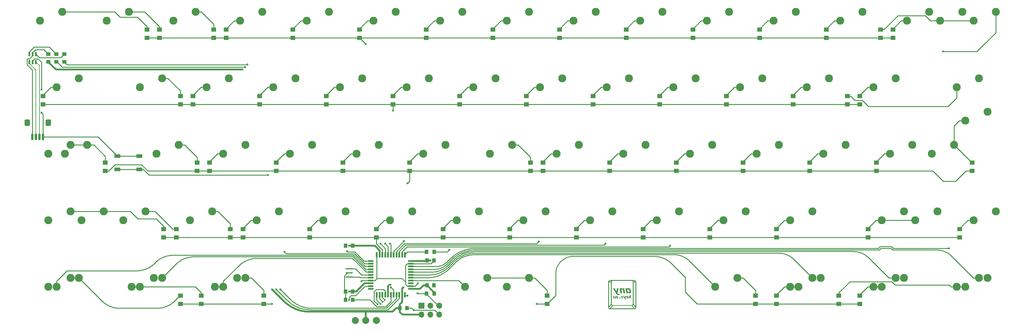
<source format=gbr>
G04 #@! TF.GenerationSoftware,KiCad,Pcbnew,(5.99.0-4079-gfad0916f0)*
G04 #@! TF.CreationDate,2020-11-18T01:00:13-05:00*
G04 #@! TF.ProjectId,plain60-c,706c6169-6e36-4302-9d63-2e6b69636164,rev?*
G04 #@! TF.SameCoordinates,Original*
G04 #@! TF.FileFunction,Copper,L2,Bot*
G04 #@! TF.FilePolarity,Positive*
%FSLAX46Y46*%
G04 Gerber Fmt 4.6, Leading zero omitted, Abs format (unit mm)*
G04 Created by KiCad (PCBNEW (5.99.0-4079-gfad0916f0)) date 2020-11-18 01:00:13*
%MOMM*%
%LPD*%
G01*
G04 APERTURE LIST*
G04 Aperture macros list*
%AMRoundRect*
0 Rectangle with rounded corners*
0 $1 Rounding radius*
0 $2 $3 $4 $5 $6 $7 $8 $9 X,Y pos of 4 corners*
0 Add a 4 corners polygon primitive as box body*
4,1,4,$2,$3,$4,$5,$6,$7,$8,$9,$2,$3,0*
0 Add four circle primitives for the rounded corners*
1,1,$1+$1,$2,$3,0*
1,1,$1+$1,$4,$5,0*
1,1,$1+$1,$6,$7,0*
1,1,$1+$1,$8,$9,0*
0 Add four rect primitives between the rounded corners*
20,1,$1+$1,$2,$3,$4,$5,0*
20,1,$1+$1,$4,$5,$6,$7,0*
20,1,$1+$1,$6,$7,$8,$9,0*
20,1,$1+$1,$8,$9,$2,$3,0*%
G04 Aperture macros list end*
G04 #@! TA.AperFunction,ComponentPad*
%ADD10C,2.286000*%
G04 #@! TD*
G04 #@! TA.AperFunction,SMDPad,CuDef*
%ADD11R,1.400000X1.200000*%
G04 #@! TD*
G04 #@! TA.AperFunction,SMDPad,CuDef*
%ADD12R,0.550000X1.500000*%
G04 #@! TD*
G04 #@! TA.AperFunction,SMDPad,CuDef*
%ADD13R,1.500000X0.550000*%
G04 #@! TD*
G04 #@! TA.AperFunction,SMDPad,CuDef*
%ADD14R,2.000000X0.400000*%
G04 #@! TD*
G04 #@! TA.AperFunction,SMDPad,CuDef*
%ADD15R,1.700000X1.000000*%
G04 #@! TD*
G04 #@! TA.AperFunction,SMDPad,CuDef*
%ADD16R,1.000000X1.300000*%
G04 #@! TD*
G04 #@! TA.AperFunction,ComponentPad*
%ADD17C,2.000000*%
G04 #@! TD*
G04 #@! TA.AperFunction,SMDPad,CuDef*
%ADD18R,1.300000X1.000000*%
G04 #@! TD*
G04 #@! TA.AperFunction,SMDPad,CuDef*
%ADD19R,1.000000X1.250000*%
G04 #@! TD*
G04 #@! TA.AperFunction,SMDPad,CuDef*
%ADD20R,0.600000X1.200000*%
G04 #@! TD*
G04 #@! TA.AperFunction,ComponentPad*
%ADD21R,1.700000X1.700000*%
G04 #@! TD*
G04 #@! TA.AperFunction,ComponentPad*
%ADD22O,1.700000X1.700000*%
G04 #@! TD*
G04 #@! TA.AperFunction,SMDPad,CuDef*
%ADD23RoundRect,0.150000X-0.150000X-0.775000X0.150000X-0.775000X0.150000X0.775000X-0.150000X0.775000X0*%
G04 #@! TD*
G04 #@! TA.AperFunction,SMDPad,CuDef*
%ADD24RoundRect,0.332800X-0.467200X-0.567200X0.467200X-0.567200X0.467200X0.567200X-0.467200X0.567200X0*%
G04 #@! TD*
G04 #@! TA.AperFunction,ViaPad*
%ADD25C,0.600000*%
G04 #@! TD*
G04 #@! TA.AperFunction,Conductor*
%ADD26C,0.250000*%
G04 #@! TD*
G04 #@! TA.AperFunction,Conductor*
%ADD27C,0.500000*%
G04 #@! TD*
G04 #@! TA.AperFunction,Conductor*
%ADD28C,0.200000*%
G04 #@! TD*
G04 APERTURE END LIST*
G36*
X174586121Y-84498496D02*
G01*
X174584543Y-84562965D01*
X174578912Y-84624382D01*
X174569274Y-84682549D01*
X174555671Y-84737268D01*
X174538146Y-84788342D01*
X174516742Y-84835571D01*
X174491503Y-84878759D01*
X174479789Y-84895664D01*
X174449237Y-84933085D01*
X174415350Y-84965899D01*
X174378130Y-84994103D01*
X174337579Y-85017698D01*
X174293699Y-85036682D01*
X174246491Y-85051054D01*
X174195959Y-85060812D01*
X174177185Y-85062761D01*
X174153078Y-85063931D01*
X174126592Y-85064165D01*
X174099332Y-85063503D01*
X174072901Y-85061987D01*
X174048903Y-85059658D01*
X174028943Y-85056555D01*
X173992221Y-85047800D01*
X173940777Y-85030809D01*
X173889638Y-85008479D01*
X173839160Y-84981010D01*
X173789699Y-84948602D01*
X173741611Y-84911453D01*
X173695251Y-84869762D01*
X173690383Y-84865113D01*
X173679725Y-84855360D01*
X173670530Y-84847511D01*
X173663648Y-84842276D01*
X173659930Y-84840362D01*
X173659459Y-84840384D01*
X173658200Y-84840952D01*
X173657199Y-84842712D01*
X173656427Y-84846224D01*
X173655854Y-84852051D01*
X173655452Y-84860756D01*
X173655189Y-84872900D01*
X173655039Y-84889045D01*
X173654970Y-84909754D01*
X173654953Y-84935589D01*
X173654953Y-85030864D01*
X173279650Y-85030864D01*
X173278111Y-85024465D01*
X173277832Y-85023135D01*
X173276501Y-85016594D01*
X173274132Y-85004852D01*
X173270771Y-84988145D01*
X173266465Y-84966708D01*
X173261261Y-84940778D01*
X173255208Y-84910591D01*
X173248351Y-84876381D01*
X173240738Y-84838386D01*
X173232417Y-84796840D01*
X173223435Y-84751980D01*
X173213839Y-84704042D01*
X173203675Y-84653261D01*
X173192992Y-84599873D01*
X173181837Y-84544113D01*
X173170256Y-84486219D01*
X173158298Y-84426425D01*
X173146009Y-84364967D01*
X173133436Y-84302082D01*
X173080550Y-84037535D01*
X173537466Y-84037535D01*
X173584933Y-84261884D01*
X173591872Y-84294624D01*
X173600080Y-84333151D01*
X173607280Y-84366670D01*
X173613547Y-84395506D01*
X173618955Y-84419980D01*
X173623579Y-84440414D01*
X173627492Y-84457130D01*
X173630770Y-84470452D01*
X173633486Y-84480700D01*
X173635715Y-84488197D01*
X173637531Y-84493267D01*
X173639009Y-84496229D01*
X173646584Y-84506927D01*
X173658694Y-84522447D01*
X173672801Y-84539296D01*
X173687719Y-84556064D01*
X173702260Y-84571343D01*
X173727928Y-84595525D01*
X173765098Y-84625000D01*
X173803464Y-84649196D01*
X173842818Y-84667984D01*
X173882954Y-84681240D01*
X173885153Y-84681791D01*
X173904994Y-84685564D01*
X173926465Y-84687868D01*
X173947806Y-84688632D01*
X173967257Y-84687785D01*
X173983057Y-84685257D01*
X174006792Y-84676855D01*
X174030206Y-84662990D01*
X174050740Y-84644507D01*
X174068136Y-84621695D01*
X174082134Y-84594839D01*
X174092477Y-84564225D01*
X174095606Y-84551172D01*
X174099053Y-84534898D01*
X174101766Y-84520142D01*
X174102207Y-84517153D01*
X174103586Y-84502888D01*
X174104560Y-84484590D01*
X174105129Y-84463553D01*
X174105293Y-84441069D01*
X174105049Y-84418431D01*
X174104398Y-84396931D01*
X174103338Y-84377862D01*
X174101869Y-84362518D01*
X174101191Y-84357359D01*
X174090901Y-84298165D01*
X174076468Y-84242367D01*
X174057960Y-84190114D01*
X174035446Y-84141556D01*
X174008995Y-84096842D01*
X173978675Y-84056121D01*
X173944555Y-84019545D01*
X173919705Y-83997728D01*
X173883791Y-83972431D01*
X173845381Y-83952194D01*
X173804265Y-83936892D01*
X173794951Y-83934190D01*
X173785583Y-83931940D01*
X173776308Y-83930462D01*
X173765680Y-83929594D01*
X173752254Y-83929172D01*
X173734586Y-83929034D01*
X173725379Y-83929020D01*
X173710703Y-83929130D01*
X173699624Y-83929571D01*
X173690752Y-83930523D01*
X173682698Y-83932166D01*
X173674073Y-83934680D01*
X173663485Y-83938246D01*
X173640125Y-83947241D01*
X173614685Y-83960048D01*
X173592143Y-83975401D01*
X173570987Y-83994216D01*
X173563402Y-84002021D01*
X173554245Y-84012164D01*
X173547002Y-84021008D01*
X173542786Y-84027252D01*
X173537466Y-84037535D01*
X173080550Y-84037535D01*
X172990300Y-83586098D01*
X173361186Y-83586098D01*
X173393253Y-83658759D01*
X173398142Y-83669795D01*
X173407365Y-83690285D01*
X173414737Y-83706095D01*
X173420460Y-83717626D01*
X173424741Y-83725279D01*
X173427782Y-83729456D01*
X173429789Y-83730559D01*
X173429959Y-83730516D01*
X173433841Y-83727580D01*
X173439501Y-83721209D01*
X173445776Y-83712704D01*
X173457832Y-83696226D01*
X173485000Y-83666101D01*
X173516655Y-83638868D01*
X173552362Y-83614840D01*
X173591683Y-83594329D01*
X173634182Y-83577648D01*
X173641674Y-83575232D01*
X173683708Y-83564324D01*
X173728976Y-83556581D01*
X173776166Y-83552091D01*
X173823967Y-83550940D01*
X173871067Y-83553215D01*
X173916155Y-83559002D01*
X173943326Y-83564366D01*
X173999707Y-83579690D01*
X174054896Y-83600322D01*
X174108662Y-83626049D01*
X174160773Y-83656657D01*
X174211001Y-83691932D01*
X174259114Y-83731661D01*
X174304882Y-83775629D01*
X174348074Y-83823624D01*
X174388461Y-83875431D01*
X174425811Y-83930837D01*
X174459895Y-83989627D01*
X174490481Y-84051590D01*
X174517339Y-84116509D01*
X174534248Y-84164995D01*
X174553725Y-84233473D01*
X174568543Y-84303584D01*
X174578850Y-84376054D01*
X174583962Y-84441069D01*
X174584790Y-84451611D01*
X174586121Y-84498496D01*
G37*
G36*
X170811201Y-83586099D02*
G01*
X170849409Y-83586112D01*
X170882480Y-83586144D01*
X170910777Y-83586204D01*
X170934669Y-83586300D01*
X170954520Y-83586441D01*
X170970697Y-83586635D01*
X170983566Y-83586891D01*
X170993493Y-83587215D01*
X171000845Y-83587617D01*
X171005987Y-83588104D01*
X171009287Y-83588685D01*
X171011109Y-83589369D01*
X171011820Y-83590163D01*
X171011786Y-83591075D01*
X171011031Y-83594284D01*
X171009115Y-83602787D01*
X171006110Y-83616268D01*
X171002079Y-83634445D01*
X170997082Y-83657031D01*
X170991184Y-83683743D01*
X170984446Y-83714295D01*
X170976932Y-83748403D01*
X170968703Y-83785782D01*
X170959821Y-83826147D01*
X170950350Y-83869213D01*
X170940352Y-83914697D01*
X170929889Y-83962313D01*
X170919023Y-84011776D01*
X170907818Y-84062802D01*
X170896335Y-84115106D01*
X170884637Y-84168403D01*
X170872787Y-84222408D01*
X170860847Y-84276838D01*
X170848879Y-84331406D01*
X170836945Y-84385829D01*
X170825109Y-84439821D01*
X170813433Y-84493098D01*
X170801978Y-84545376D01*
X170790808Y-84596369D01*
X170779986Y-84645793D01*
X170769572Y-84693362D01*
X170759631Y-84738793D01*
X170750224Y-84781801D01*
X170741414Y-84822100D01*
X170733262Y-84859406D01*
X170725833Y-84893435D01*
X170719188Y-84923902D01*
X170713389Y-84950521D01*
X170708500Y-84973009D01*
X170704581Y-84991080D01*
X170701697Y-85004450D01*
X170699909Y-85012834D01*
X170699280Y-85015947D01*
X170700414Y-85019591D01*
X170704074Y-85027354D01*
X170709812Y-85038273D01*
X170717169Y-85051477D01*
X170725687Y-85066092D01*
X170746126Y-85097930D01*
X170770929Y-85130049D01*
X170797304Y-85157162D01*
X170825776Y-85179619D01*
X170856868Y-85197768D01*
X170891105Y-85211961D01*
X170929010Y-85222546D01*
X170971109Y-85229874D01*
X170989265Y-85231705D01*
X171029267Y-85232390D01*
X171070984Y-85228990D01*
X171113118Y-85221701D01*
X171154372Y-85210718D01*
X171193448Y-85196239D01*
X171195397Y-85195413D01*
X171204850Y-85191807D01*
X171211973Y-85189731D01*
X171215349Y-85189613D01*
X171215621Y-85190114D01*
X171217712Y-85194829D01*
X171221623Y-85204027D01*
X171227122Y-85217142D01*
X171233977Y-85233607D01*
X171241954Y-85252858D01*
X171250822Y-85274327D01*
X171260347Y-85297450D01*
X171270298Y-85321659D01*
X171280441Y-85346388D01*
X171290545Y-85371073D01*
X171300377Y-85395146D01*
X171309703Y-85418041D01*
X171318293Y-85439193D01*
X171325912Y-85458036D01*
X171332330Y-85474003D01*
X171337312Y-85486528D01*
X171342605Y-85499946D01*
X171325129Y-85510189D01*
X171304246Y-85521233D01*
X171273250Y-85534523D01*
X171238591Y-85546495D01*
X171201383Y-85556813D01*
X171162738Y-85565139D01*
X171123770Y-85571137D01*
X171115316Y-85571884D01*
X171099610Y-85572575D01*
X171080165Y-85572899D01*
X171058097Y-85572882D01*
X171034524Y-85572549D01*
X171010565Y-85571923D01*
X170987337Y-85571028D01*
X170965959Y-85569890D01*
X170947547Y-85568533D01*
X170933220Y-85566981D01*
X170907836Y-85563127D01*
X170845523Y-85550436D01*
X170785724Y-85533424D01*
X170728274Y-85511969D01*
X170673009Y-85485951D01*
X170619762Y-85455251D01*
X170568368Y-85419748D01*
X170518661Y-85379321D01*
X170470477Y-85333850D01*
X170423648Y-85283214D01*
X170378011Y-85227295D01*
X170333399Y-85165970D01*
X170289646Y-85099120D01*
X170286682Y-85094178D01*
X170280857Y-85084218D01*
X170272450Y-85069704D01*
X170261580Y-85050842D01*
X170248362Y-85027837D01*
X170232915Y-85000895D01*
X170215356Y-84970223D01*
X170195803Y-84936024D01*
X170174372Y-84898506D01*
X170151181Y-84857874D01*
X170126348Y-84814334D01*
X170099989Y-84768091D01*
X170072223Y-84719352D01*
X170043166Y-84668321D01*
X170012937Y-84615205D01*
X169981651Y-84560209D01*
X169949427Y-84503540D01*
X169916383Y-84445402D01*
X169882634Y-84386002D01*
X169848300Y-84325545D01*
X169847404Y-84323966D01*
X169813354Y-84263999D01*
X169780032Y-84205314D01*
X169747549Y-84148106D01*
X169716013Y-84092566D01*
X169685534Y-84038888D01*
X169656222Y-83987265D01*
X169628185Y-83937888D01*
X169601533Y-83890952D01*
X169576377Y-83846649D01*
X169552824Y-83805171D01*
X169530985Y-83766711D01*
X169510970Y-83731463D01*
X169492887Y-83699619D01*
X169476847Y-83671371D01*
X169462958Y-83646913D01*
X169451330Y-83626438D01*
X169442073Y-83610137D01*
X169435295Y-83598205D01*
X169431108Y-83590833D01*
X169429619Y-83588215D01*
X169430407Y-83588030D01*
X169436022Y-83587727D01*
X169446673Y-83587457D01*
X169461945Y-83587222D01*
X169481421Y-83587026D01*
X169504686Y-83586871D01*
X169531324Y-83586759D01*
X169560918Y-83586692D01*
X169593053Y-83586674D01*
X169627312Y-83586707D01*
X169663281Y-83586793D01*
X169898187Y-83587520D01*
X170042016Y-83866235D01*
X170065359Y-83911496D01*
X170096050Y-83971101D01*
X170124379Y-84026253D01*
X170150516Y-84077292D01*
X170174626Y-84124559D01*
X170196879Y-84168391D01*
X170217442Y-84209130D01*
X170236484Y-84247115D01*
X170254171Y-84282685D01*
X170270673Y-84316181D01*
X170286157Y-84347942D01*
X170300790Y-84378308D01*
X170314742Y-84407618D01*
X170328180Y-84436212D01*
X170341271Y-84464430D01*
X170354184Y-84492611D01*
X170367086Y-84521096D01*
X170380146Y-84550223D01*
X170382791Y-84556133D01*
X170391104Y-84574427D01*
X170397619Y-84588165D01*
X170402629Y-84597895D01*
X170406433Y-84604167D01*
X170409324Y-84607527D01*
X170411599Y-84608526D01*
X170412006Y-84608517D01*
X170416080Y-84606449D01*
X170417819Y-84599994D01*
X170418151Y-84596470D01*
X170419776Y-84580186D01*
X170421946Y-84559497D01*
X170424552Y-84535378D01*
X170427482Y-84508806D01*
X170430627Y-84480759D01*
X170433876Y-84452212D01*
X170437120Y-84424143D01*
X170440248Y-84397527D01*
X170443151Y-84373342D01*
X170445718Y-84352563D01*
X170448263Y-84332486D01*
X170450945Y-84311685D01*
X170453595Y-84291605D01*
X170456283Y-84271794D01*
X170459076Y-84251799D01*
X170462046Y-84231168D01*
X170465261Y-84209449D01*
X170468791Y-84186190D01*
X170472705Y-84160939D01*
X170477073Y-84133243D01*
X170481965Y-84102650D01*
X170487449Y-84068708D01*
X170493595Y-84030966D01*
X170500473Y-83988970D01*
X170508152Y-83942268D01*
X170516701Y-83890409D01*
X170518115Y-83881842D01*
X170524445Y-83843478D01*
X170530547Y-83806487D01*
X170536353Y-83771294D01*
X170541792Y-83738320D01*
X170546794Y-83707991D01*
X170551289Y-83680731D01*
X170555208Y-83656963D01*
X170558480Y-83637112D01*
X170561035Y-83621601D01*
X170562805Y-83610854D01*
X170563717Y-83605296D01*
X170566854Y-83586098D01*
X170790045Y-83586098D01*
X170811201Y-83586099D01*
G37*
G36*
X172023287Y-85798448D02*
G01*
X172064695Y-85803994D01*
X172103779Y-85813232D01*
X172140141Y-85825992D01*
X172173383Y-85842104D01*
X172203108Y-85861399D01*
X172228919Y-85883707D01*
X172250418Y-85908859D01*
X172267208Y-85936686D01*
X172277343Y-85960796D01*
X172285887Y-85992500D01*
X172289407Y-86024418D01*
X172287895Y-86055848D01*
X172281340Y-86086088D01*
X172269732Y-86114438D01*
X172265858Y-86121527D01*
X172252660Y-86141466D01*
X172236639Y-86159890D01*
X172217388Y-86177070D01*
X172194500Y-86193273D01*
X172167566Y-86208767D01*
X172136179Y-86223823D01*
X172099932Y-86238707D01*
X172058416Y-86253690D01*
X172036253Y-86261382D01*
X172012685Y-86270016D01*
X171993729Y-86277674D01*
X171978895Y-86284652D01*
X171967697Y-86291246D01*
X171959644Y-86297752D01*
X171954249Y-86304466D01*
X171951023Y-86311684D01*
X171949478Y-86319703D01*
X171949407Y-86327380D01*
X171953068Y-86339276D01*
X171961664Y-86348801D01*
X171975278Y-86356006D01*
X171993990Y-86360944D01*
X172017881Y-86363667D01*
X172039660Y-86364006D01*
X172076474Y-86360424D01*
X172113809Y-86351961D01*
X172150838Y-86338928D01*
X172186737Y-86321637D01*
X172220680Y-86300398D01*
X172251844Y-86275522D01*
X172252083Y-86275307D01*
X172259691Y-86268789D01*
X172265729Y-86264203D01*
X172268908Y-86262530D01*
X172269600Y-86263015D01*
X172273523Y-86266937D01*
X172280323Y-86274271D01*
X172289451Y-86284385D01*
X172300359Y-86296648D01*
X172312498Y-86310429D01*
X172325318Y-86325098D01*
X172338273Y-86340023D01*
X172350812Y-86354573D01*
X172362388Y-86368117D01*
X172372452Y-86380025D01*
X172380455Y-86389664D01*
X172385849Y-86396405D01*
X172388084Y-86399615D01*
X172387958Y-86401382D01*
X172384357Y-86406700D01*
X172376941Y-86414140D01*
X172366408Y-86423181D01*
X172353460Y-86433305D01*
X172338798Y-86443992D01*
X172323122Y-86454721D01*
X172307134Y-86464974D01*
X172291534Y-86474230D01*
X172277022Y-86481971D01*
X172249561Y-86494251D01*
X172213304Y-86507217D01*
X172176187Y-86517304D01*
X172140509Y-86523806D01*
X172138602Y-86524056D01*
X172126640Y-86525638D01*
X172116154Y-86527047D01*
X172109225Y-86528002D01*
X172108817Y-86528056D01*
X172100997Y-86528536D01*
X172088796Y-86528695D01*
X172073410Y-86528573D01*
X172056037Y-86528206D01*
X172037872Y-86527631D01*
X172020113Y-86526887D01*
X172003957Y-86526010D01*
X171990602Y-86525038D01*
X171981244Y-86524007D01*
X171960883Y-86520536D01*
X171918526Y-86510348D01*
X171880349Y-86496856D01*
X171846465Y-86480174D01*
X171816990Y-86460417D01*
X171792038Y-86437697D01*
X171771724Y-86412130D01*
X171756162Y-86383828D01*
X171745469Y-86352906D01*
X171739757Y-86319478D01*
X171739143Y-86283657D01*
X171739706Y-86275489D01*
X171743641Y-86248565D01*
X171750847Y-86223867D01*
X171761594Y-86201144D01*
X171776149Y-86180139D01*
X171794781Y-86160600D01*
X171817758Y-86142272D01*
X171845350Y-86124900D01*
X171877823Y-86108231D01*
X171915448Y-86092011D01*
X171958491Y-86075985D01*
X171984051Y-86066776D01*
X172009976Y-86056734D01*
X172031960Y-86047397D01*
X172049613Y-86038943D01*
X172062541Y-86031550D01*
X172070353Y-86025393D01*
X172073180Y-86021785D01*
X172077856Y-86010502D01*
X172078546Y-85998164D01*
X172074977Y-85987019D01*
X172072398Y-85983304D01*
X172061642Y-85974069D01*
X172046560Y-85967295D01*
X172027828Y-85963154D01*
X172006118Y-85961816D01*
X171982107Y-85963453D01*
X171971965Y-85965037D01*
X171948901Y-85970203D01*
X171924369Y-85977408D01*
X171900591Y-85985964D01*
X171879793Y-85995181D01*
X171873220Y-85998703D01*
X171861083Y-86005770D01*
X171847089Y-86014355D01*
X171832874Y-86023427D01*
X171820073Y-86031958D01*
X171810323Y-86038916D01*
X171810120Y-86039046D01*
X171806971Y-86038501D01*
X171801404Y-86034482D01*
X171793037Y-86026669D01*
X171781490Y-86014742D01*
X171771985Y-86004637D01*
X171750469Y-85981687D01*
X171732579Y-85962467D01*
X171718081Y-85946719D01*
X171706741Y-85934184D01*
X171698327Y-85924600D01*
X171692606Y-85917710D01*
X171689344Y-85913253D01*
X171688309Y-85910969D01*
X171690102Y-85907036D01*
X171696123Y-85900376D01*
X171705635Y-85891960D01*
X171717860Y-85882347D01*
X171732019Y-85872098D01*
X171747334Y-85861774D01*
X171763026Y-85851936D01*
X171778318Y-85843144D01*
X171792432Y-85835959D01*
X171818596Y-85824681D01*
X171846743Y-85814938D01*
X171875813Y-85807568D01*
X171907351Y-85802187D01*
X171942901Y-85798408D01*
X171979951Y-85796762D01*
X172023287Y-85798448D01*
G37*
G36*
X169677273Y-86017030D02*
G01*
X169682997Y-86046471D01*
X169689338Y-86078753D01*
X169695381Y-86109181D01*
X169701030Y-86137287D01*
X169706190Y-86162605D01*
X169710765Y-86184668D01*
X169714658Y-86203010D01*
X169717774Y-86217164D01*
X169720017Y-86226664D01*
X169721291Y-86231043D01*
X169721686Y-86231843D01*
X169726524Y-86238919D01*
X169734659Y-86248635D01*
X169745189Y-86260088D01*
X169757211Y-86272377D01*
X169769825Y-86284602D01*
X169782127Y-86295861D01*
X169793217Y-86305253D01*
X169802192Y-86311876D01*
X169808419Y-86315766D01*
X169830812Y-86327330D01*
X169852285Y-86334783D01*
X169872353Y-86338184D01*
X169890533Y-86337587D01*
X169906341Y-86333052D01*
X169919292Y-86324633D01*
X169928903Y-86312387D01*
X169934689Y-86296372D01*
X169935236Y-86293386D01*
X169935593Y-86290153D01*
X169935690Y-86286305D01*
X169935461Y-86281460D01*
X169934838Y-86275237D01*
X169933757Y-86267254D01*
X169932150Y-86257130D01*
X169929951Y-86244482D01*
X169927094Y-86228929D01*
X169923513Y-86210090D01*
X169919140Y-86187583D01*
X169913911Y-86161026D01*
X169907758Y-86130038D01*
X169900615Y-86094237D01*
X169892415Y-86053242D01*
X169889132Y-86036838D01*
X169882198Y-86002220D01*
X169875603Y-85969318D01*
X169869432Y-85938561D01*
X169863772Y-85910378D01*
X169858708Y-85885199D01*
X169854329Y-85863452D01*
X169850719Y-85845567D01*
X169847965Y-85831972D01*
X169846153Y-85823097D01*
X169845370Y-85819370D01*
X169843849Y-85812971D01*
X169956243Y-85812971D01*
X169963903Y-85812973D01*
X169988055Y-85813000D01*
X170010154Y-85813059D01*
X170029593Y-85813144D01*
X170045766Y-85813253D01*
X170058069Y-85813382D01*
X170065895Y-85813526D01*
X170068639Y-85813682D01*
X170068876Y-85814930D01*
X170070111Y-85821190D01*
X170072330Y-85832350D01*
X170075453Y-85848002D01*
X170079396Y-85867738D01*
X170084078Y-85891149D01*
X170089417Y-85917826D01*
X170095333Y-85947361D01*
X170101742Y-85979345D01*
X170108563Y-86013369D01*
X170115715Y-86049025D01*
X170119917Y-86069973D01*
X170127759Y-86109111D01*
X170134587Y-86143300D01*
X170140474Y-86172961D01*
X170145494Y-86198516D01*
X170149720Y-86220386D01*
X170153226Y-86238993D01*
X170156085Y-86254758D01*
X170158370Y-86268104D01*
X170160154Y-86279451D01*
X170161511Y-86289222D01*
X170162515Y-86297837D01*
X170163238Y-86305719D01*
X170163754Y-86313289D01*
X170164136Y-86320969D01*
X170164458Y-86329180D01*
X170164716Y-86337432D01*
X170164715Y-86364158D01*
X170163112Y-86386886D01*
X170159722Y-86406809D01*
X170154362Y-86425122D01*
X170146845Y-86443019D01*
X170143792Y-86449044D01*
X170128116Y-86472474D01*
X170108307Y-86492141D01*
X170084624Y-86507864D01*
X170057325Y-86519465D01*
X170026669Y-86526763D01*
X170024684Y-86527056D01*
X170006597Y-86528498D01*
X169985449Y-86528515D01*
X169963378Y-86527224D01*
X169942520Y-86524743D01*
X169925013Y-86521189D01*
X169921492Y-86520217D01*
X169888668Y-86508583D01*
X169854401Y-86492059D01*
X169819288Y-86470999D01*
X169783925Y-86445757D01*
X169748909Y-86416687D01*
X169746861Y-86414879D01*
X169738876Y-86408166D01*
X169732665Y-86403459D01*
X169729431Y-86401684D01*
X169729385Y-86401689D01*
X169728455Y-86404660D01*
X169728085Y-86412887D01*
X169728265Y-86425980D01*
X169728984Y-86443549D01*
X169730230Y-86465206D01*
X169731992Y-86490560D01*
X169733633Y-86512602D01*
X169641516Y-86512602D01*
X169616464Y-86512581D01*
X169596494Y-86512501D01*
X169581022Y-86512329D01*
X169569464Y-86512035D01*
X169561236Y-86511587D01*
X169555752Y-86510953D01*
X169552428Y-86510102D01*
X169550680Y-86509003D01*
X169549923Y-86507624D01*
X169549176Y-86504185D01*
X169547426Y-86495598D01*
X169544756Y-86482280D01*
X169541247Y-86464644D01*
X169536979Y-86443102D01*
X169532033Y-86418067D01*
X169526489Y-86389950D01*
X169520429Y-86359165D01*
X169513933Y-86326123D01*
X169507081Y-86291238D01*
X169499956Y-86254922D01*
X169492636Y-86217587D01*
X169485204Y-86179646D01*
X169477740Y-86141512D01*
X169470324Y-86103596D01*
X169463037Y-86066311D01*
X169455961Y-86030070D01*
X169449175Y-85995285D01*
X169442761Y-85962369D01*
X169436799Y-85931735D01*
X169431370Y-85903794D01*
X169426555Y-85878959D01*
X169422434Y-85857642D01*
X169419088Y-85840257D01*
X169416598Y-85827215D01*
X169415045Y-85818930D01*
X169414510Y-85815813D01*
X169415031Y-85815455D01*
X169420249Y-85814710D01*
X169430965Y-85814093D01*
X169447046Y-85813607D01*
X169468358Y-85813256D01*
X169494770Y-85813043D01*
X169526148Y-85812971D01*
X169637786Y-85812971D01*
X169677273Y-86017030D01*
G37*
G36*
X171771234Y-83544121D02*
G01*
X171812557Y-83550610D01*
X171854466Y-83561054D01*
X171906632Y-83578498D01*
X171959706Y-83600916D01*
X172013247Y-83628064D01*
X172066810Y-83659694D01*
X172119955Y-83695562D01*
X172172239Y-83735420D01*
X172223219Y-83779023D01*
X172227476Y-83782835D01*
X172238293Y-83792171D01*
X172247579Y-83799694D01*
X172254459Y-83804714D01*
X172258058Y-83806541D01*
X172258163Y-83806542D01*
X172259372Y-83806628D01*
X172260360Y-83806504D01*
X172261127Y-83805672D01*
X172261674Y-83803636D01*
X172262002Y-83799897D01*
X172262112Y-83793958D01*
X172262003Y-83785321D01*
X172261677Y-83773489D01*
X172261134Y-83757963D01*
X172260375Y-83738246D01*
X172259401Y-83713840D01*
X172258211Y-83684248D01*
X172258205Y-83684096D01*
X172257254Y-83660341D01*
X172256376Y-83638388D01*
X172255599Y-83618883D01*
X172254946Y-83602473D01*
X172254445Y-83589806D01*
X172254120Y-83581529D01*
X172253998Y-83578288D01*
X172254493Y-83578132D01*
X172259506Y-83577791D01*
X172269540Y-83577491D01*
X172284125Y-83577237D01*
X172302792Y-83577032D01*
X172325072Y-83576879D01*
X172350495Y-83576783D01*
X172378591Y-83576746D01*
X172408892Y-83576772D01*
X172440927Y-83576866D01*
X172627909Y-83577597D01*
X172769320Y-84298558D01*
X172777669Y-84341124D01*
X172789847Y-84403213D01*
X172801705Y-84463677D01*
X172813200Y-84522284D01*
X172824284Y-84578801D01*
X172834912Y-84632995D01*
X172845038Y-84684634D01*
X172854618Y-84733484D01*
X172863604Y-84779313D01*
X172871952Y-84821888D01*
X172879616Y-84860977D01*
X172886550Y-84896346D01*
X172892709Y-84927762D01*
X172898047Y-84954994D01*
X172902518Y-84977808D01*
X172906077Y-84995971D01*
X172908678Y-85009251D01*
X172910275Y-85017415D01*
X172910823Y-85020230D01*
X172910156Y-85020284D01*
X172904765Y-85020391D01*
X172894314Y-85020493D01*
X172879224Y-85020587D01*
X172859917Y-85020673D01*
X172836815Y-85020750D01*
X172810339Y-85020815D01*
X172780911Y-85020868D01*
X172748952Y-85020908D01*
X172714883Y-85020932D01*
X172679127Y-85020941D01*
X172661447Y-85020939D01*
X172626460Y-85020921D01*
X172593366Y-85020887D01*
X172562585Y-85020837D01*
X172534540Y-85020774D01*
X172509653Y-85020699D01*
X172488344Y-85020612D01*
X172471037Y-85020516D01*
X172458153Y-85020412D01*
X172450113Y-85020300D01*
X172447339Y-85020183D01*
X172447242Y-85019649D01*
X172446265Y-85014546D01*
X172444285Y-85004289D01*
X172441359Y-84989181D01*
X172437548Y-84969522D01*
X172432908Y-84945615D01*
X172427499Y-84917761D01*
X172421380Y-84886261D01*
X172414609Y-84851419D01*
X172407244Y-84813535D01*
X172399345Y-84772911D01*
X172390970Y-84729848D01*
X172382177Y-84684649D01*
X172373026Y-84637616D01*
X172363574Y-84589049D01*
X172279810Y-84158672D01*
X172258602Y-84132573D01*
X172248732Y-84120688D01*
X172213790Y-84082368D01*
X172176930Y-84047337D01*
X172138849Y-84016179D01*
X172100243Y-83989478D01*
X172061807Y-83967814D01*
X172038058Y-83956973D01*
X172005971Y-83945454D01*
X171975267Y-83938013D01*
X171946311Y-83934605D01*
X171919469Y-83935186D01*
X171895105Y-83939711D01*
X171873585Y-83948134D01*
X171855273Y-83960411D01*
X171840535Y-83976497D01*
X171829736Y-83996347D01*
X171827274Y-84002962D01*
X171825456Y-84009570D01*
X171824281Y-84017057D01*
X171823623Y-84026626D01*
X171823354Y-84039479D01*
X171823347Y-84056816D01*
X171823529Y-84100898D01*
X171916044Y-84560919D01*
X172008559Y-85020941D01*
X171777362Y-85020941D01*
X171748546Y-85020939D01*
X171710461Y-85020923D01*
X171677453Y-85020887D01*
X171649158Y-85020822D01*
X171625211Y-85020720D01*
X171605248Y-85020573D01*
X171588904Y-85020374D01*
X171575815Y-85020115D01*
X171565616Y-85019788D01*
X171557944Y-85019386D01*
X171552432Y-85018899D01*
X171548718Y-85018322D01*
X171546436Y-85017645D01*
X171545222Y-85016862D01*
X171544712Y-85015964D01*
X171544586Y-85015485D01*
X171543390Y-85010091D01*
X171541184Y-84999553D01*
X171538036Y-84984228D01*
X171534019Y-84964471D01*
X171529202Y-84940636D01*
X171523656Y-84913080D01*
X171517452Y-84882157D01*
X171510659Y-84848223D01*
X171503348Y-84811633D01*
X171495590Y-84772743D01*
X171487454Y-84731907D01*
X171479012Y-84689482D01*
X171470334Y-84645823D01*
X171461491Y-84601284D01*
X171452552Y-84556222D01*
X171443588Y-84510992D01*
X171434670Y-84465948D01*
X171425867Y-84421447D01*
X171417251Y-84377844D01*
X171408893Y-84335494D01*
X171400861Y-84294752D01*
X171393227Y-84255974D01*
X171386061Y-84219515D01*
X171379434Y-84185730D01*
X171373416Y-84154975D01*
X171368078Y-84127606D01*
X171363489Y-84103976D01*
X171359721Y-84084443D01*
X171356843Y-84069361D01*
X171354927Y-84059085D01*
X171354042Y-84053972D01*
X171348613Y-84009859D01*
X171344459Y-83951946D01*
X171344205Y-83897795D01*
X171347844Y-83847486D01*
X171355369Y-83801104D01*
X171366774Y-83758729D01*
X171382051Y-83720444D01*
X171399039Y-83689358D01*
X171422786Y-83656572D01*
X171450647Y-83627681D01*
X171482535Y-83602761D01*
X171518363Y-83581888D01*
X171558045Y-83565140D01*
X171560580Y-83564258D01*
X171598829Y-83553472D01*
X171640345Y-83545990D01*
X171683802Y-83541887D01*
X171727874Y-83541239D01*
X171771234Y-83544121D01*
G37*
G36*
X174308620Y-85540465D02*
G01*
X174338231Y-85540622D01*
X174449859Y-85541366D01*
X174545646Y-86017741D01*
X174547255Y-86025740D01*
X174557519Y-86076789D01*
X174567485Y-86126363D01*
X174577094Y-86174171D01*
X174586289Y-86219918D01*
X174595009Y-86263311D01*
X174603196Y-86304059D01*
X174610791Y-86341867D01*
X174617736Y-86376443D01*
X174623971Y-86407494D01*
X174629437Y-86434726D01*
X174634076Y-86457847D01*
X174637829Y-86476564D01*
X174640637Y-86490584D01*
X174642442Y-86499613D01*
X174643183Y-86503358D01*
X174644932Y-86512602D01*
X174420813Y-86512602D01*
X174410109Y-86456432D01*
X174406605Y-86438092D01*
X174402978Y-86419207D01*
X174399621Y-86401817D01*
X174396797Y-86387287D01*
X174394770Y-86376981D01*
X174390134Y-86353699D01*
X174324834Y-86297740D01*
X174323017Y-86296183D01*
X174304872Y-86280664D01*
X174290518Y-86268492D01*
X174279483Y-86259324D01*
X174271296Y-86252819D01*
X174265486Y-86248635D01*
X174261580Y-86246431D01*
X174259108Y-86245864D01*
X174257597Y-86246593D01*
X174256578Y-86248277D01*
X174256521Y-86248402D01*
X174254680Y-86252662D01*
X174250874Y-86261583D01*
X174245329Y-86274629D01*
X174238273Y-86291264D01*
X174229933Y-86310952D01*
X174220536Y-86333158D01*
X174210310Y-86357345D01*
X174199481Y-86382977D01*
X174145341Y-86511180D01*
X174032054Y-86511923D01*
X174022548Y-86511985D01*
X173995859Y-86512139D01*
X173974188Y-86512215D01*
X173957024Y-86512192D01*
X173943856Y-86512052D01*
X173934176Y-86511776D01*
X173927472Y-86511342D01*
X173923235Y-86510734D01*
X173920954Y-86509929D01*
X173920119Y-86508911D01*
X173920221Y-86507657D01*
X173920266Y-86507524D01*
X173921944Y-86503611D01*
X173925811Y-86494999D01*
X173931679Y-86482095D01*
X173939360Y-86465310D01*
X173948667Y-86445051D01*
X173959410Y-86421727D01*
X173971402Y-86395748D01*
X173984455Y-86367522D01*
X173998381Y-86337458D01*
X174012992Y-86305964D01*
X174014944Y-86301758D01*
X174029434Y-86270501D01*
X174043182Y-86240772D01*
X174056003Y-86212973D01*
X174067713Y-86187508D01*
X174078127Y-86164781D01*
X174087061Y-86145193D01*
X174094330Y-86129149D01*
X174099751Y-86117052D01*
X174103139Y-86109305D01*
X174104309Y-86106310D01*
X174102811Y-86104494D01*
X174097470Y-86099045D01*
X174088570Y-86090308D01*
X174076442Y-86078597D01*
X174061413Y-86064224D01*
X174043814Y-86047503D01*
X174023973Y-86028747D01*
X174002219Y-86008270D01*
X173978881Y-85986384D01*
X173954287Y-85963404D01*
X173933750Y-85944248D01*
X173909907Y-85922008D01*
X173887469Y-85901077D01*
X173866780Y-85881778D01*
X173848184Y-85864430D01*
X173832025Y-85849356D01*
X173818649Y-85836877D01*
X173808399Y-85827314D01*
X173801620Y-85820988D01*
X173798656Y-85818220D01*
X173798142Y-85817725D01*
X173797261Y-85816572D01*
X173797427Y-85815623D01*
X173799105Y-85814857D01*
X173802759Y-85814254D01*
X173808852Y-85813796D01*
X173817849Y-85813462D01*
X173830214Y-85813233D01*
X173846411Y-85813089D01*
X173866904Y-85813010D01*
X173892157Y-85812978D01*
X173922634Y-85812971D01*
X174052221Y-85812971D01*
X174191235Y-85942152D01*
X174202916Y-85952997D01*
X174226050Y-85974410D01*
X174247799Y-85994459D01*
X174267817Y-86012829D01*
X174285757Y-86029204D01*
X174301273Y-86043270D01*
X174314018Y-86054712D01*
X174323646Y-86063216D01*
X174329810Y-86068467D01*
X174332164Y-86070150D01*
X174332480Y-86069741D01*
X174332786Y-86065403D01*
X174331727Y-86058285D01*
X174330945Y-86054661D01*
X174328820Y-86044592D01*
X174325799Y-86030093D01*
X174321977Y-86011641D01*
X174317452Y-85989712D01*
X174312321Y-85964781D01*
X174306681Y-85937326D01*
X174300630Y-85907822D01*
X174294264Y-85876746D01*
X174287682Y-85844574D01*
X174280980Y-85811782D01*
X174274255Y-85778847D01*
X174267605Y-85746245D01*
X174261127Y-85714452D01*
X174254918Y-85683944D01*
X174249076Y-85655198D01*
X174243697Y-85628689D01*
X174238879Y-85604895D01*
X174234719Y-85584292D01*
X174231314Y-85567355D01*
X174228761Y-85554561D01*
X174227158Y-85546387D01*
X174226602Y-85543307D01*
X174227733Y-85542462D01*
X174231715Y-85541731D01*
X174238957Y-85541172D01*
X174249864Y-85540775D01*
X174264841Y-85540532D01*
X174284291Y-85540432D01*
X174308620Y-85540465D01*
G37*
G36*
X172634503Y-85968713D02*
G01*
X172635683Y-85971003D01*
X172658025Y-86014483D01*
X172677961Y-86053488D01*
X172695746Y-86088536D01*
X172711635Y-86120146D01*
X172725886Y-86148835D01*
X172738753Y-86175123D01*
X172750492Y-86199527D01*
X172761360Y-86222566D01*
X172771611Y-86244759D01*
X172781503Y-86266624D01*
X172786481Y-86277645D01*
X172791121Y-86287717D01*
X172794468Y-86294753D01*
X172796016Y-86297672D01*
X172797262Y-86298168D01*
X172798487Y-86296499D01*
X172799754Y-86292047D01*
X172801166Y-86284235D01*
X172802827Y-86272488D01*
X172804840Y-86256232D01*
X172807309Y-86234890D01*
X172809515Y-86215941D01*
X172812496Y-86191420D01*
X172815651Y-86166386D01*
X172818721Y-86142894D01*
X172821447Y-86123001D01*
X172822007Y-86119091D01*
X172824274Y-86103850D01*
X172827142Y-86085215D01*
X172830510Y-86063789D01*
X172834280Y-86040171D01*
X172838350Y-86014962D01*
X172842622Y-85988763D01*
X172846996Y-85962175D01*
X172851370Y-85935798D01*
X172855647Y-85910232D01*
X172859725Y-85886079D01*
X172863504Y-85863939D01*
X172866885Y-85844413D01*
X172869769Y-85828101D01*
X172872054Y-85815603D01*
X172873641Y-85807522D01*
X172874431Y-85804456D01*
X172874492Y-85804422D01*
X172878100Y-85804114D01*
X172886700Y-85803869D01*
X172899657Y-85803690D01*
X172916338Y-85803581D01*
X172936110Y-85803548D01*
X172958337Y-85803594D01*
X172982387Y-85803724D01*
X173088866Y-85804470D01*
X173012799Y-86150545D01*
X172936733Y-86496620D01*
X172948632Y-86517424D01*
X172955893Y-86528891D01*
X172969189Y-86545993D01*
X172984109Y-86561590D01*
X172999407Y-86574425D01*
X173013835Y-86583238D01*
X173034880Y-86591309D01*
X173064259Y-86597614D01*
X173095271Y-86599269D01*
X173126941Y-86596239D01*
X173158292Y-86588488D01*
X173166005Y-86586072D01*
X173176394Y-86583225D01*
X173183923Y-86581679D01*
X173187337Y-86581725D01*
X173187406Y-86581811D01*
X173189185Y-86585400D01*
X173192765Y-86593497D01*
X173197852Y-86605406D01*
X173204151Y-86620432D01*
X173211369Y-86637879D01*
X173219209Y-86657050D01*
X173249002Y-86730296D01*
X173232825Y-86738385D01*
X173218775Y-86744855D01*
X173195023Y-86753340D01*
X173167922Y-86760092D01*
X173166916Y-86760293D01*
X173153148Y-86762081D01*
X173135221Y-86763146D01*
X173114489Y-86763522D01*
X173092306Y-86763244D01*
X173070026Y-86762346D01*
X173049003Y-86760862D01*
X173030591Y-86758825D01*
X173016144Y-86756270D01*
X172993493Y-86750343D01*
X172953504Y-86736331D01*
X172915965Y-86718201D01*
X172880536Y-86695695D01*
X172846872Y-86668553D01*
X172814633Y-86636515D01*
X172783476Y-86599322D01*
X172753059Y-86556715D01*
X172749942Y-86551793D01*
X172743651Y-86541404D01*
X172734886Y-86526626D01*
X172723827Y-86507774D01*
X172710656Y-86485162D01*
X172695553Y-86459103D01*
X172678700Y-86429912D01*
X172660277Y-86397903D01*
X172640465Y-86363389D01*
X172619445Y-86326684D01*
X172597398Y-86288103D01*
X172574505Y-86247960D01*
X172550947Y-86206567D01*
X172526904Y-86164239D01*
X172504490Y-86124740D01*
X172481581Y-86084370D01*
X172459587Y-86045613D01*
X172438665Y-86008746D01*
X172418973Y-85974047D01*
X172400669Y-85941795D01*
X172383910Y-85912266D01*
X172368854Y-85885739D01*
X172355659Y-85862492D01*
X172344482Y-85842803D01*
X172335482Y-85826950D01*
X172328816Y-85815209D01*
X172324641Y-85807861D01*
X172323116Y-85805181D01*
X172323369Y-85805013D01*
X172327706Y-85804559D01*
X172336926Y-85804144D01*
X172350438Y-85803780D01*
X172367647Y-85803477D01*
X172387960Y-85803246D01*
X172410783Y-85803099D01*
X172435523Y-85803048D01*
X172549181Y-85803048D01*
X172634503Y-85968713D01*
G37*
G36*
X176058312Y-85554847D02*
G01*
X176058308Y-85681027D01*
X176058300Y-85806958D01*
X176058289Y-85932512D01*
X176058274Y-86057558D01*
X176058257Y-86181967D01*
X176058236Y-86305610D01*
X176058212Y-86428357D01*
X176058184Y-86550078D01*
X176058155Y-86670645D01*
X176058121Y-86789927D01*
X176058084Y-86907795D01*
X176058043Y-87024119D01*
X176058000Y-87138771D01*
X176057953Y-87251620D01*
X176057902Y-87362537D01*
X176057849Y-87471392D01*
X176057792Y-87578056D01*
X176057732Y-87682400D01*
X176057669Y-87784293D01*
X176057603Y-87883607D01*
X176057533Y-87980212D01*
X176057460Y-88073978D01*
X176057384Y-88164776D01*
X176057304Y-88252476D01*
X176057222Y-88336949D01*
X176057136Y-88418065D01*
X176057046Y-88495695D01*
X176056954Y-88569709D01*
X176056858Y-88639978D01*
X176056759Y-88706372D01*
X176056657Y-88768762D01*
X176056551Y-88827017D01*
X176056443Y-88881010D01*
X176056331Y-88930610D01*
X176056215Y-88975687D01*
X176056097Y-89016112D01*
X176055975Y-89051756D01*
X176055850Y-89082489D01*
X176055722Y-89108181D01*
X176055590Y-89128704D01*
X176055455Y-89143926D01*
X176055347Y-89151581D01*
X176055317Y-89153720D01*
X176055176Y-89157956D01*
X176053602Y-89171794D01*
X176044536Y-89224074D01*
X176030894Y-89274514D01*
X176029895Y-89277534D01*
X176021633Y-89299349D01*
X176010882Y-89323834D01*
X175998460Y-89349371D01*
X175985184Y-89374344D01*
X175971872Y-89397134D01*
X175970919Y-89398577D01*
X175959340Y-89416125D01*
X175952172Y-89425713D01*
X175936315Y-89445118D01*
X175918163Y-89465559D01*
X175899070Y-89485588D01*
X175880391Y-89503759D01*
X175863479Y-89518622D01*
X175844820Y-89533162D01*
X175800860Y-89562565D01*
X175754087Y-89587680D01*
X175705284Y-89608159D01*
X175655231Y-89623653D01*
X175604709Y-89633816D01*
X175604351Y-89633862D01*
X175601931Y-89634047D01*
X175597929Y-89634226D01*
X175592260Y-89634399D01*
X175584838Y-89634565D01*
X175575577Y-89634726D01*
X175564393Y-89634881D01*
X175551199Y-89635031D01*
X175535911Y-89635174D01*
X175518441Y-89635312D01*
X175498706Y-89635445D01*
X175476619Y-89635572D01*
X175452094Y-89635694D01*
X175425047Y-89635810D01*
X175395392Y-89635921D01*
X175363042Y-89636027D01*
X175327914Y-89636129D01*
X175289920Y-89636225D01*
X175248976Y-89636316D01*
X175204995Y-89636403D01*
X175157893Y-89636484D01*
X175107584Y-89636562D01*
X175053983Y-89636634D01*
X174997003Y-89636702D01*
X174936559Y-89636766D01*
X174872566Y-89636826D01*
X174804938Y-89636881D01*
X174733589Y-89636932D01*
X174658435Y-89636979D01*
X174579389Y-89637022D01*
X174496365Y-89637062D01*
X174409280Y-89637097D01*
X174318046Y-89637129D01*
X174222578Y-89637157D01*
X174122791Y-89637181D01*
X174018599Y-89637202D01*
X173909917Y-89637220D01*
X173796659Y-89637234D01*
X173678740Y-89637245D01*
X173556073Y-89637253D01*
X173428574Y-89637257D01*
X173296157Y-89637259D01*
X173158736Y-89637258D01*
X173016225Y-89637254D01*
X172868541Y-89637247D01*
X172715595Y-89637237D01*
X172557304Y-89637225D01*
X172393582Y-89637211D01*
X172224342Y-89637193D01*
X172049500Y-89637174D01*
X168520063Y-89636765D01*
X168488935Y-89630156D01*
X168444980Y-89619001D01*
X168392683Y-89600641D01*
X168343164Y-89577484D01*
X168296668Y-89549734D01*
X168253441Y-89517599D01*
X168213726Y-89481285D01*
X168177769Y-89440998D01*
X168148539Y-89400699D01*
X168811576Y-89400699D01*
X168811778Y-89400715D01*
X168816101Y-89400775D01*
X168825969Y-89400834D01*
X168841269Y-89400893D01*
X168861890Y-89400950D01*
X168887718Y-89401007D01*
X168918641Y-89401064D01*
X168954545Y-89401119D01*
X168995319Y-89401173D01*
X169040850Y-89401227D01*
X169091025Y-89401279D01*
X169145731Y-89401330D01*
X169204856Y-89401381D01*
X169268287Y-89401430D01*
X169335911Y-89401478D01*
X169407616Y-89401524D01*
X169483288Y-89401569D01*
X169562817Y-89401613D01*
X169646088Y-89401656D01*
X169732988Y-89401697D01*
X169823407Y-89401736D01*
X169917230Y-89401774D01*
X170014345Y-89401810D01*
X170114639Y-89401845D01*
X170218000Y-89401878D01*
X170324315Y-89401909D01*
X170433471Y-89401939D01*
X170545356Y-89401966D01*
X170659857Y-89401992D01*
X170776862Y-89402015D01*
X170896257Y-89402037D01*
X171017930Y-89402056D01*
X171141768Y-89402074D01*
X171267659Y-89402089D01*
X171395490Y-89402102D01*
X171525149Y-89402113D01*
X171656522Y-89402121D01*
X171789497Y-89402127D01*
X171923961Y-89402131D01*
X172059803Y-89402132D01*
X172117626Y-89402132D01*
X172284810Y-89402130D01*
X172446419Y-89402126D01*
X172602534Y-89402120D01*
X172753240Y-89402112D01*
X172898620Y-89402100D01*
X173038758Y-89402087D01*
X173173737Y-89402070D01*
X173303641Y-89402051D01*
X173428553Y-89402029D01*
X173548556Y-89402005D01*
X173663735Y-89401977D01*
X173774173Y-89401946D01*
X173879952Y-89401911D01*
X173981158Y-89401874D01*
X174077872Y-89401833D01*
X174170179Y-89401789D01*
X174258163Y-89401741D01*
X174341906Y-89401689D01*
X174421492Y-89401634D01*
X174497005Y-89401575D01*
X174568528Y-89401511D01*
X174636145Y-89401444D01*
X174699939Y-89401373D01*
X174759994Y-89401298D01*
X174816392Y-89401218D01*
X174869219Y-89401134D01*
X174918557Y-89401045D01*
X174964489Y-89400952D01*
X175007099Y-89400854D01*
X175046472Y-89400751D01*
X175082689Y-89400643D01*
X175115835Y-89400531D01*
X175145993Y-89400413D01*
X175173247Y-89400291D01*
X175197680Y-89400163D01*
X175219376Y-89400030D01*
X175238417Y-89399891D01*
X175254889Y-89399747D01*
X175268874Y-89399598D01*
X175280455Y-89399442D01*
X175289717Y-89399281D01*
X175296742Y-89399114D01*
X175301614Y-89398941D01*
X175304417Y-89398762D01*
X175305234Y-89398577D01*
X175305222Y-89398561D01*
X175303125Y-89395783D01*
X175297801Y-89388699D01*
X175289429Y-89377549D01*
X175278187Y-89362570D01*
X175264254Y-89344000D01*
X175247808Y-89322078D01*
X175229029Y-89297041D01*
X175208095Y-89269129D01*
X175185184Y-89238578D01*
X175160474Y-89205628D01*
X175134146Y-89170515D01*
X175106376Y-89133479D01*
X175077345Y-89094758D01*
X175047229Y-89054590D01*
X175016209Y-89013212D01*
X174729979Y-88631401D01*
X172060157Y-88631445D01*
X171986785Y-88631447D01*
X171864481Y-88631454D01*
X171743634Y-88631465D01*
X171624367Y-88631480D01*
X171506806Y-88631499D01*
X171391074Y-88631523D01*
X171277296Y-88631550D01*
X171165597Y-88631581D01*
X171056100Y-88631615D01*
X170948932Y-88631654D01*
X170844215Y-88631695D01*
X170742075Y-88631740D01*
X170642635Y-88631789D01*
X170546021Y-88631840D01*
X170452357Y-88631895D01*
X170361767Y-88631952D01*
X170274375Y-88632013D01*
X170190307Y-88632076D01*
X170109687Y-88632142D01*
X170032638Y-88632211D01*
X169959287Y-88632282D01*
X169889756Y-88632355D01*
X169824171Y-88632431D01*
X169762656Y-88632509D01*
X169705335Y-88632589D01*
X169652334Y-88632671D01*
X169603775Y-88632754D01*
X169559785Y-88632840D01*
X169520487Y-88632927D01*
X169486006Y-88633016D01*
X169456466Y-88633107D01*
X169431991Y-88633199D01*
X169412707Y-88633292D01*
X169398738Y-88633386D01*
X169390207Y-88633481D01*
X169387241Y-88633578D01*
X169386240Y-88634768D01*
X169382055Y-88640146D01*
X169374833Y-88649586D01*
X169364787Y-88662800D01*
X169352135Y-88679503D01*
X169337090Y-88699407D01*
X169319869Y-88722225D01*
X169300686Y-88747670D01*
X169279757Y-88775456D01*
X169257296Y-88805296D01*
X169233521Y-88836903D01*
X169208644Y-88869989D01*
X169182883Y-88904269D01*
X169156452Y-88939454D01*
X169129566Y-88975259D01*
X169102441Y-89011396D01*
X169075293Y-89047579D01*
X169048335Y-89083521D01*
X169021784Y-89118934D01*
X168995855Y-89153532D01*
X168970763Y-89187028D01*
X168946724Y-89219135D01*
X168923952Y-89249566D01*
X168902663Y-89278034D01*
X168883073Y-89304253D01*
X168865396Y-89327936D01*
X168849848Y-89348795D01*
X168836644Y-89366544D01*
X168826000Y-89380895D01*
X168818130Y-89391563D01*
X168813251Y-89398260D01*
X168811576Y-89400699D01*
X168148539Y-89400699D01*
X168145815Y-89396944D01*
X168118109Y-89349329D01*
X168094895Y-89298359D01*
X168092955Y-89293269D01*
X168087043Y-89275742D01*
X168080899Y-89255024D01*
X168075008Y-89232911D01*
X168069859Y-89211196D01*
X168065938Y-89191674D01*
X168065821Y-89190691D01*
X168065643Y-89187889D01*
X168065471Y-89183464D01*
X168065305Y-89177333D01*
X168065143Y-89169412D01*
X168064988Y-89159620D01*
X168064837Y-89147872D01*
X168064745Y-89139060D01*
X168301073Y-89139060D01*
X168301516Y-89154702D01*
X168301622Y-89156725D01*
X168303135Y-89167857D01*
X168305988Y-89181278D01*
X168309674Y-89194518D01*
X168324231Y-89231535D01*
X168343807Y-89266789D01*
X168367694Y-89298909D01*
X168395486Y-89327480D01*
X168426778Y-89352087D01*
X168461167Y-89372314D01*
X168498248Y-89387749D01*
X168506798Y-89390533D01*
X168514223Y-89392750D01*
X168517956Y-89393600D01*
X168517968Y-89393595D01*
X168519971Y-89391151D01*
X168525167Y-89384443D01*
X168533349Y-89373746D01*
X168544310Y-89359336D01*
X168557845Y-89341486D01*
X168573745Y-89320473D01*
X168591804Y-89296572D01*
X168611815Y-89270057D01*
X168633572Y-89241205D01*
X168656868Y-89210289D01*
X168681495Y-89177586D01*
X168707247Y-89143370D01*
X168733917Y-89107917D01*
X168761299Y-89071501D01*
X168789185Y-89034398D01*
X168817369Y-88996884D01*
X168845644Y-88959232D01*
X168873803Y-88921719D01*
X168901640Y-88884620D01*
X168928947Y-88848209D01*
X168955517Y-88812762D01*
X168981145Y-88778554D01*
X169005623Y-88745860D01*
X169028743Y-88714955D01*
X169050301Y-88686115D01*
X169070088Y-88659614D01*
X169087897Y-88635729D01*
X169103523Y-88614733D01*
X169116758Y-88596902D01*
X169124648Y-88586253D01*
X174994490Y-88586253D01*
X174994822Y-88586806D01*
X174997956Y-88591235D01*
X175004253Y-88599882D01*
X175013543Y-88612516D01*
X175025653Y-88628906D01*
X175040412Y-88648821D01*
X175057647Y-88672032D01*
X175077187Y-88698306D01*
X175098860Y-88727413D01*
X175122494Y-88759122D01*
X175147918Y-88793203D01*
X175174959Y-88829424D01*
X175203445Y-88867554D01*
X175233205Y-88907363D01*
X175264067Y-88948620D01*
X175295859Y-88991094D01*
X175310027Y-89010011D01*
X175341468Y-89051952D01*
X175371942Y-89092547D01*
X175401274Y-89131568D01*
X175429290Y-89168784D01*
X175455816Y-89203967D01*
X175480679Y-89236886D01*
X175503704Y-89267313D01*
X175524718Y-89295018D01*
X175543546Y-89319772D01*
X175560015Y-89341345D01*
X175573951Y-89359507D01*
X175585179Y-89374029D01*
X175593526Y-89384682D01*
X175598818Y-89391236D01*
X175600881Y-89393462D01*
X175601565Y-89393388D01*
X175607484Y-89391823D01*
X175616858Y-89388651D01*
X175628240Y-89384422D01*
X175640187Y-89379689D01*
X175651253Y-89375003D01*
X175659992Y-89370915D01*
X175670573Y-89365065D01*
X175692917Y-89350125D01*
X175715620Y-89331936D01*
X175737286Y-89311754D01*
X175756516Y-89290833D01*
X175771912Y-89270430D01*
X175779346Y-89258360D01*
X175790565Y-89237016D01*
X175800499Y-89214386D01*
X175808594Y-89191910D01*
X175814295Y-89171031D01*
X175817046Y-89153190D01*
X175817049Y-89153135D01*
X175817072Y-89151581D01*
X175816837Y-89149825D01*
X175816194Y-89147658D01*
X175814993Y-89144874D01*
X175813084Y-89141265D01*
X175810316Y-89136626D01*
X175806540Y-89130748D01*
X175801604Y-89123425D01*
X175795359Y-89114450D01*
X175787653Y-89103617D01*
X175778338Y-89090717D01*
X175767262Y-89075544D01*
X175754275Y-89057891D01*
X175739228Y-89037551D01*
X175721968Y-89014317D01*
X175702348Y-88987982D01*
X175680215Y-88958340D01*
X175655420Y-88925182D01*
X175627812Y-88888303D01*
X175597241Y-88847495D01*
X175563557Y-88802551D01*
X175526610Y-88753265D01*
X175235384Y-88364807D01*
X175216349Y-88393586D01*
X175215390Y-88395034D01*
X175204926Y-88410524D01*
X175195602Y-88423501D01*
X175186362Y-88435248D01*
X175176149Y-88447047D01*
X175163909Y-88460182D01*
X175148586Y-88475936D01*
X175139732Y-88484670D01*
X175114578Y-88507230D01*
X175087373Y-88528837D01*
X175059420Y-88548547D01*
X175032026Y-88565418D01*
X175006496Y-88578508D01*
X175002823Y-88580275D01*
X174996848Y-88583804D01*
X174994608Y-88586130D01*
X174994490Y-88586253D01*
X169124648Y-88586253D01*
X169124740Y-88586130D01*
X169104099Y-88575735D01*
X169095031Y-88571056D01*
X169048552Y-88543314D01*
X169005038Y-88510913D01*
X168964943Y-88474259D01*
X168928724Y-88433763D01*
X168896836Y-88389833D01*
X168894859Y-88386808D01*
X168888190Y-88377073D01*
X168883604Y-88371499D01*
X168880505Y-88369455D01*
X168878296Y-88370316D01*
X168878274Y-88370340D01*
X168876061Y-88373194D01*
X168870623Y-88380349D01*
X168862141Y-88391568D01*
X168850792Y-88406613D01*
X168836756Y-88425246D01*
X168820211Y-88447229D01*
X168801337Y-88472323D01*
X168780313Y-88500291D01*
X168757316Y-88530895D01*
X168732528Y-88563897D01*
X168706125Y-88599058D01*
X168678288Y-88636141D01*
X168649195Y-88674907D01*
X168619025Y-88715119D01*
X168587958Y-88756538D01*
X168301073Y-89139060D01*
X168064745Y-89139060D01*
X168064692Y-89134086D01*
X168064552Y-89118179D01*
X168064417Y-89100067D01*
X168064287Y-89079669D01*
X168064161Y-89056902D01*
X168064041Y-89031681D01*
X168063925Y-89003924D01*
X168063814Y-88973549D01*
X168063707Y-88940472D01*
X168063605Y-88904610D01*
X168063507Y-88865880D01*
X168063413Y-88824200D01*
X168063324Y-88779487D01*
X168063238Y-88731657D01*
X168063157Y-88680627D01*
X168063080Y-88626315D01*
X168063006Y-88568638D01*
X168062936Y-88507513D01*
X168062870Y-88442856D01*
X168062808Y-88374585D01*
X168062749Y-88302617D01*
X168062693Y-88226868D01*
X168062641Y-88147257D01*
X168062592Y-88063700D01*
X168062547Y-87976113D01*
X168062504Y-87884415D01*
X168062465Y-87788522D01*
X168062428Y-87688351D01*
X168062394Y-87583819D01*
X168062363Y-87474843D01*
X168062335Y-87361341D01*
X168062309Y-87243229D01*
X168062286Y-87120425D01*
X168062266Y-86992844D01*
X168062247Y-86860406D01*
X168062231Y-86723026D01*
X168062217Y-86580621D01*
X168062206Y-86433109D01*
X168062196Y-86280407D01*
X168062188Y-86122431D01*
X168062182Y-85959100D01*
X168062178Y-85790329D01*
X168062176Y-85616036D01*
X168062175Y-85436138D01*
X168062175Y-83010023D01*
X168297247Y-83010023D01*
X168297248Y-83108103D01*
X168297249Y-83209421D01*
X168297253Y-83313867D01*
X168297257Y-83421331D01*
X168297264Y-83531703D01*
X168297272Y-83644874D01*
X168297281Y-83760734D01*
X168297292Y-83879173D01*
X168297305Y-84000081D01*
X168297319Y-84123350D01*
X168297335Y-84248868D01*
X168297352Y-84376527D01*
X168297371Y-84506217D01*
X168297391Y-84637828D01*
X168297413Y-84771250D01*
X168297437Y-84906373D01*
X168297462Y-85043089D01*
X168297489Y-85181286D01*
X168297517Y-85320856D01*
X168298229Y-88748756D01*
X168554903Y-88405999D01*
X168811576Y-88063242D01*
X168811576Y-84943336D01*
X169047630Y-84943336D01*
X169047630Y-88128537D01*
X169053513Y-88157402D01*
X169055534Y-88166604D01*
X169067541Y-88205591D01*
X169084412Y-88241937D01*
X169105862Y-88275342D01*
X169131606Y-88305503D01*
X169161358Y-88332121D01*
X169194833Y-88354893D01*
X169231745Y-88373518D01*
X169271810Y-88387697D01*
X169293639Y-88393925D01*
X172050922Y-88394440D01*
X172188561Y-88394466D01*
X172334158Y-88394492D01*
X172474269Y-88394517D01*
X172609002Y-88394539D01*
X172738462Y-88394560D01*
X172862755Y-88394578D01*
X172981989Y-88394593D01*
X173096268Y-88394606D01*
X173205700Y-88394616D01*
X173310390Y-88394623D01*
X173410445Y-88394627D01*
X173505971Y-88394627D01*
X173597074Y-88394623D01*
X173683860Y-88394616D01*
X173766435Y-88394605D01*
X173844906Y-88394589D01*
X173919380Y-88394570D01*
X173989961Y-88394546D01*
X174056757Y-88394517D01*
X174119873Y-88394483D01*
X174179416Y-88394445D01*
X174235492Y-88394401D01*
X174288207Y-88394351D01*
X174337667Y-88394297D01*
X174383979Y-88394236D01*
X174427249Y-88394169D01*
X174467583Y-88394097D01*
X174505087Y-88394018D01*
X174539867Y-88393933D01*
X174572030Y-88393841D01*
X174601682Y-88393742D01*
X174628929Y-88393636D01*
X174653877Y-88393523D01*
X174676632Y-88393403D01*
X174697301Y-88393275D01*
X174715990Y-88393140D01*
X174732805Y-88392997D01*
X174747853Y-88392845D01*
X174761238Y-88392686D01*
X174773069Y-88392518D01*
X174783450Y-88392341D01*
X174792489Y-88392156D01*
X174800291Y-88391961D01*
X174806962Y-88391758D01*
X174812609Y-88391545D01*
X174817338Y-88391323D01*
X174821255Y-88391091D01*
X174824467Y-88390849D01*
X174827079Y-88390598D01*
X174829197Y-88390336D01*
X174830929Y-88390064D01*
X174832380Y-88389781D01*
X174848306Y-88385994D01*
X174881462Y-88375153D01*
X174912513Y-88360424D01*
X174943270Y-88341011D01*
X174949626Y-88336394D01*
X174979956Y-88310216D01*
X175006527Y-88279992D01*
X175029052Y-88246142D01*
X175047243Y-88209087D01*
X175060813Y-88169247D01*
X175066994Y-88146495D01*
X175067733Y-84952653D01*
X175067763Y-84821630D01*
X175067798Y-84662292D01*
X175067830Y-84508471D01*
X175067860Y-84360069D01*
X175067887Y-84216992D01*
X175067911Y-84079144D01*
X175067932Y-83946428D01*
X175067950Y-83818749D01*
X175067964Y-83696011D01*
X175067975Y-83578119D01*
X175067983Y-83464976D01*
X175067987Y-83356487D01*
X175067987Y-83252556D01*
X175067984Y-83153087D01*
X175067976Y-83057984D01*
X175067965Y-82967152D01*
X175067949Y-82880495D01*
X175067930Y-82797916D01*
X175067906Y-82719321D01*
X175067877Y-82644613D01*
X175067844Y-82573697D01*
X175067806Y-82506476D01*
X175067764Y-82442856D01*
X175067717Y-82382740D01*
X175067664Y-82326032D01*
X175067607Y-82272636D01*
X175067545Y-82222458D01*
X175067477Y-82175401D01*
X175067404Y-82131368D01*
X175067325Y-82090266D01*
X175067241Y-82051996D01*
X175067151Y-82016465D01*
X175067056Y-81983576D01*
X175066954Y-81953233D01*
X175066847Y-81925340D01*
X175066733Y-81899802D01*
X175066732Y-81899591D01*
X175304488Y-81899591D01*
X175304488Y-88061353D01*
X175562117Y-88405390D01*
X175570349Y-88416383D01*
X175599480Y-88455282D01*
X175627631Y-88492865D01*
X175654613Y-88528884D01*
X175680240Y-88563090D01*
X175704327Y-88595233D01*
X175726685Y-88625065D01*
X175747128Y-88652336D01*
X175765469Y-88676798D01*
X175781522Y-88698201D01*
X175795099Y-88716295D01*
X175806015Y-88730833D01*
X175814082Y-88741565D01*
X175819114Y-88748241D01*
X175820923Y-88750613D01*
X175820940Y-88750273D01*
X175820988Y-88745502D01*
X175821035Y-88735192D01*
X175821082Y-88719452D01*
X175821128Y-88698391D01*
X175821174Y-88672120D01*
X175821219Y-88640748D01*
X175821263Y-88604383D01*
X175821307Y-88563137D01*
X175821350Y-88517118D01*
X175821392Y-88466437D01*
X175821433Y-88411202D01*
X175821473Y-88351523D01*
X175821513Y-88287510D01*
X175821551Y-88219272D01*
X175821589Y-88146920D01*
X175821625Y-88070562D01*
X175821661Y-87990308D01*
X175821695Y-87906268D01*
X175821729Y-87818551D01*
X175821761Y-87727268D01*
X175821792Y-87632526D01*
X175821821Y-87534437D01*
X175821850Y-87433109D01*
X175821877Y-87328653D01*
X175821903Y-87221177D01*
X175821927Y-87110792D01*
X175821950Y-86997607D01*
X175821972Y-86881732D01*
X175821991Y-86763275D01*
X175822010Y-86642347D01*
X175822027Y-86519058D01*
X175822042Y-86393516D01*
X175822056Y-86265832D01*
X175822068Y-86136115D01*
X175822078Y-86004475D01*
X175822086Y-85871021D01*
X175822093Y-85735862D01*
X175822097Y-85599109D01*
X175822100Y-85460871D01*
X175822101Y-85321258D01*
X175822101Y-81890717D01*
X175746024Y-81892427D01*
X175734500Y-81892675D01*
X175716235Y-81893043D01*
X175694252Y-81893464D01*
X175669137Y-81893929D01*
X175641480Y-81894429D01*
X175611867Y-81894954D01*
X175580887Y-81895493D01*
X175549128Y-81896037D01*
X175517177Y-81896576D01*
X175485623Y-81897101D01*
X175455052Y-81897600D01*
X175426054Y-81898066D01*
X175399216Y-81898487D01*
X175375125Y-81898853D01*
X175354370Y-81899156D01*
X175337538Y-81899386D01*
X175325218Y-81899531D01*
X175317998Y-81899584D01*
X175304488Y-81899591D01*
X175066732Y-81899591D01*
X175066613Y-81876523D01*
X175066487Y-81855407D01*
X175066355Y-81836359D01*
X175066216Y-81819281D01*
X175066070Y-81804080D01*
X175065917Y-81790658D01*
X175065758Y-81778920D01*
X175065592Y-81768771D01*
X175065419Y-81760114D01*
X175065239Y-81752854D01*
X175065051Y-81746895D01*
X175064856Y-81742141D01*
X175064654Y-81738496D01*
X175064444Y-81735865D01*
X175064226Y-81734152D01*
X175061073Y-81718848D01*
X175052284Y-81688651D01*
X175040557Y-81658777D01*
X175026835Y-81631804D01*
X175023443Y-81626316D01*
X175010873Y-81609027D01*
X174995145Y-81590586D01*
X174977466Y-81572204D01*
X174959046Y-81555091D01*
X174941091Y-81540460D01*
X174924811Y-81529520D01*
X174906649Y-81519726D01*
X174875744Y-81506169D01*
X174841443Y-81494866D01*
X174819582Y-81488629D01*
X172069408Y-81487899D01*
X172053440Y-81487894D01*
X171902197Y-81487855D01*
X171756528Y-81487819D01*
X171616330Y-81487785D01*
X171481498Y-81487756D01*
X171351931Y-81487729D01*
X171227525Y-81487706D01*
X171108175Y-81487687D01*
X170993780Y-81487671D01*
X170884235Y-81487660D01*
X170779437Y-81487652D01*
X170679283Y-81487649D01*
X170583669Y-81487649D01*
X170492492Y-81487655D01*
X170405650Y-81487665D01*
X170323037Y-81487679D01*
X170244551Y-81487699D01*
X170170090Y-81487723D01*
X170099548Y-81487753D01*
X170032823Y-81487787D01*
X169969812Y-81487828D01*
X169910411Y-81487873D01*
X169854517Y-81487924D01*
X169802027Y-81487981D01*
X169752836Y-81488044D01*
X169706843Y-81488113D01*
X169663943Y-81488188D01*
X169624033Y-81488269D01*
X169587009Y-81488357D01*
X169552769Y-81488451D01*
X169521209Y-81488552D01*
X169492226Y-81488660D01*
X169465716Y-81488774D01*
X169441575Y-81488896D01*
X169419702Y-81489025D01*
X169399991Y-81489161D01*
X169382341Y-81489305D01*
X169366647Y-81489456D01*
X169352806Y-81489615D01*
X169340715Y-81489782D01*
X169330270Y-81489957D01*
X169321368Y-81490139D01*
X169313907Y-81490331D01*
X169307781Y-81490530D01*
X169302888Y-81490738D01*
X169299126Y-81490955D01*
X169296389Y-81491180D01*
X169294575Y-81491414D01*
X169259529Y-81499363D01*
X169225946Y-81511451D01*
X169194709Y-81527842D01*
X169164949Y-81548996D01*
X169135795Y-81575372D01*
X169110627Y-81603036D01*
X169089259Y-81632678D01*
X169072658Y-81663753D01*
X169060356Y-81697144D01*
X169051885Y-81733735D01*
X169051721Y-81734927D01*
X169051508Y-81737305D01*
X169051302Y-81740669D01*
X169051104Y-81745117D01*
X169050913Y-81750743D01*
X169050729Y-81757644D01*
X169050552Y-81765916D01*
X169050381Y-81775655D01*
X169050217Y-81786956D01*
X169050060Y-81799916D01*
X169049909Y-81814631D01*
X169049764Y-81831196D01*
X169049626Y-81849708D01*
X169049493Y-81870262D01*
X169049366Y-81892954D01*
X169049333Y-81899591D01*
X169049245Y-81917881D01*
X169049130Y-81945137D01*
X169049020Y-81974820D01*
X169048915Y-82007025D01*
X169048816Y-82041848D01*
X169048721Y-82079385D01*
X169048632Y-82119732D01*
X169048548Y-82162984D01*
X169048468Y-82209239D01*
X169048393Y-82258591D01*
X169048322Y-82311137D01*
X169048255Y-82366972D01*
X169048193Y-82426193D01*
X169048135Y-82488895D01*
X169048081Y-82555175D01*
X169048030Y-82625128D01*
X169047984Y-82698850D01*
X169047941Y-82776438D01*
X169047901Y-82857986D01*
X169047865Y-82943592D01*
X169047832Y-83033351D01*
X169047801Y-83127359D01*
X169047774Y-83225712D01*
X169047750Y-83328505D01*
X169047728Y-83435835D01*
X169047709Y-83547799D01*
X169047692Y-83664490D01*
X169047678Y-83786007D01*
X169047666Y-83912444D01*
X169047656Y-84043897D01*
X169047647Y-84180463D01*
X169047641Y-84322237D01*
X169047636Y-84469315D01*
X169047633Y-84621794D01*
X169047631Y-84779769D01*
X169047630Y-84943336D01*
X168811576Y-84943336D01*
X168811576Y-81899591D01*
X168795223Y-81899525D01*
X168792698Y-81899502D01*
X168784197Y-81899389D01*
X168770733Y-81899192D01*
X168752757Y-81898916D01*
X168730723Y-81898570D01*
X168705083Y-81898160D01*
X168676290Y-81897693D01*
X168644796Y-81897178D01*
X168611054Y-81896620D01*
X168575517Y-81896028D01*
X168538637Y-81895409D01*
X168513860Y-81894995D01*
X168478499Y-81894421D01*
X168445081Y-81893896D01*
X168414022Y-81893426D01*
X168385737Y-81893017D01*
X168360644Y-81892675D01*
X168339158Y-81892405D01*
X168321695Y-81892213D01*
X168308671Y-81892104D01*
X168300502Y-81892083D01*
X168297604Y-81892158D01*
X168297593Y-81892491D01*
X168297562Y-81897241D01*
X168297532Y-81907533D01*
X168297503Y-81923256D01*
X168297476Y-81944301D01*
X168297451Y-81970559D01*
X168297427Y-82001919D01*
X168297404Y-82038272D01*
X168297383Y-82079508D01*
X168297364Y-82125517D01*
X168297346Y-82176190D01*
X168297329Y-82231417D01*
X168297314Y-82291089D01*
X168297301Y-82355095D01*
X168297289Y-82423326D01*
X168297278Y-82495672D01*
X168297269Y-82572023D01*
X168297262Y-82652270D01*
X168297256Y-82736304D01*
X168297251Y-82824013D01*
X168297249Y-82915290D01*
X168297247Y-83010023D01*
X168062175Y-83010023D01*
X168062175Y-81701931D01*
X168069895Y-81666380D01*
X168072640Y-81654402D01*
X168319483Y-81654402D01*
X168362892Y-81656065D01*
X168365207Y-81656150D01*
X168378949Y-81656567D01*
X168397269Y-81657020D01*
X168419260Y-81657493D01*
X168444012Y-81657967D01*
X168470618Y-81658425D01*
X168498167Y-81658850D01*
X168525752Y-81659223D01*
X168552006Y-81659566D01*
X168584312Y-81660019D01*
X168617697Y-81660517D01*
X168650807Y-81661038D01*
X168682289Y-81661561D01*
X168710790Y-81662064D01*
X168734957Y-81662526D01*
X168824713Y-81664334D01*
X168828446Y-81647582D01*
X168833202Y-81629536D01*
X168842009Y-81603345D01*
X168853151Y-81575504D01*
X168865941Y-81547594D01*
X168879690Y-81521190D01*
X168893712Y-81497872D01*
X168908158Y-81475831D01*
X168734019Y-81475868D01*
X168725835Y-81475870D01*
X168690717Y-81475895D01*
X168660698Y-81475953D01*
X168635295Y-81476057D01*
X168614020Y-81476220D01*
X168596391Y-81476456D01*
X168581920Y-81476776D01*
X168570124Y-81477195D01*
X168560518Y-81477725D01*
X168552615Y-81478379D01*
X168545932Y-81479170D01*
X168539983Y-81480112D01*
X168534284Y-81481216D01*
X168514109Y-81486139D01*
X168476101Y-81499635D01*
X168440461Y-81517932D01*
X168407689Y-81540657D01*
X168378285Y-81567442D01*
X168352747Y-81597915D01*
X168331575Y-81631706D01*
X168319483Y-81654402D01*
X168072640Y-81654402D01*
X168074261Y-81647332D01*
X168082117Y-81618258D01*
X168091251Y-81591123D01*
X168102413Y-81563793D01*
X168116352Y-81534133D01*
X168124679Y-81517930D01*
X168150119Y-81475562D01*
X175208008Y-81475562D01*
X175208178Y-81475831D01*
X175223779Y-81500581D01*
X175231324Y-81513025D01*
X175245954Y-81539834D01*
X175259530Y-81568123D01*
X175271412Y-81596423D01*
X175280962Y-81623267D01*
X175287540Y-81647183D01*
X175291174Y-81663536D01*
X175341202Y-81663095D01*
X175346347Y-81663048D01*
X175370989Y-81662790D01*
X175398282Y-81662454D01*
X175427736Y-81662052D01*
X175458859Y-81661591D01*
X175491162Y-81661083D01*
X175524153Y-81660536D01*
X175557343Y-81659959D01*
X175590240Y-81659362D01*
X175622355Y-81658755D01*
X175653197Y-81658147D01*
X175682276Y-81657547D01*
X175709100Y-81656964D01*
X175733180Y-81656409D01*
X175754024Y-81655891D01*
X175771143Y-81655418D01*
X175784047Y-81655001D01*
X175792243Y-81654648D01*
X175795243Y-81654370D01*
X175795155Y-81651993D01*
X175793018Y-81645824D01*
X175789193Y-81637512D01*
X175779727Y-81620493D01*
X175758479Y-81590084D01*
X175733108Y-81561735D01*
X175704619Y-81536510D01*
X175674015Y-81515472D01*
X175669968Y-81513140D01*
X175648168Y-81502270D01*
X175623303Y-81492171D01*
X175597529Y-81483738D01*
X175595388Y-81483133D01*
X175590991Y-81481985D01*
X175586398Y-81481002D01*
X175581151Y-81480170D01*
X175574793Y-81479471D01*
X175566867Y-81478891D01*
X175556913Y-81478412D01*
X175544476Y-81478020D01*
X175529096Y-81477698D01*
X175510317Y-81477430D01*
X175487680Y-81477200D01*
X175460729Y-81476993D01*
X175429005Y-81476792D01*
X175392050Y-81476582D01*
X175208008Y-81475562D01*
X168150119Y-81475562D01*
X168152926Y-81470888D01*
X168185279Y-81427781D01*
X168221705Y-81388641D01*
X168262173Y-81353499D01*
X168306652Y-81322387D01*
X168355110Y-81295335D01*
X168370194Y-81288029D01*
X168398425Y-81275550D01*
X168425635Y-81265405D01*
X168454059Y-81256802D01*
X168485935Y-81248948D01*
X168520063Y-81241252D01*
X172040968Y-81240379D01*
X172212989Y-81240338D01*
X172390689Y-81240298D01*
X172562821Y-81240263D01*
X172729446Y-81240232D01*
X172890625Y-81240205D01*
X173046421Y-81240183D01*
X173196894Y-81240165D01*
X173342106Y-81240152D01*
X173482120Y-81240143D01*
X173616995Y-81240140D01*
X173746795Y-81240140D01*
X173871580Y-81240146D01*
X173991413Y-81240156D01*
X174106354Y-81240171D01*
X174216466Y-81240191D01*
X174321810Y-81240216D01*
X174422447Y-81240246D01*
X174518439Y-81240281D01*
X174609848Y-81240321D01*
X174696735Y-81240365D01*
X174779162Y-81240415D01*
X174857190Y-81240470D01*
X174930882Y-81240531D01*
X175000298Y-81240596D01*
X175065500Y-81240667D01*
X175126550Y-81240743D01*
X175183509Y-81240824D01*
X175236439Y-81240910D01*
X175285401Y-81241003D01*
X175330458Y-81241100D01*
X175371670Y-81241203D01*
X175409100Y-81241312D01*
X175442808Y-81241426D01*
X175472857Y-81241545D01*
X175499308Y-81241671D01*
X175522222Y-81241802D01*
X175541661Y-81241939D01*
X175557688Y-81242081D01*
X175570362Y-81242230D01*
X175579746Y-81242384D01*
X175585902Y-81242544D01*
X175588891Y-81242710D01*
X175640666Y-81251462D01*
X175692576Y-81265710D01*
X175742397Y-81285001D01*
X175789806Y-81309103D01*
X175834479Y-81337781D01*
X175876092Y-81370805D01*
X175914321Y-81407942D01*
X175948841Y-81448958D01*
X175979329Y-81493622D01*
X176005461Y-81541700D01*
X176017087Y-81567593D01*
X176034743Y-81616517D01*
X176044196Y-81654370D01*
X176047352Y-81667008D01*
X176055176Y-81720007D01*
X176055294Y-81723156D01*
X176055433Y-81732041D01*
X176055568Y-81746376D01*
X176055700Y-81766032D01*
X176055829Y-81790879D01*
X176055955Y-81820788D01*
X176056077Y-81855630D01*
X176056196Y-81895274D01*
X176056312Y-81939592D01*
X176056424Y-81988453D01*
X176056534Y-82041729D01*
X176056640Y-82099290D01*
X176056743Y-82161005D01*
X176056842Y-82226747D01*
X176056938Y-82296385D01*
X176057031Y-82369789D01*
X176057121Y-82446830D01*
X176057208Y-82527380D01*
X176057291Y-82611307D01*
X176057371Y-82698483D01*
X176057448Y-82788778D01*
X176057521Y-82882063D01*
X176057591Y-82978207D01*
X176057658Y-83077083D01*
X176057722Y-83178559D01*
X176057783Y-83282507D01*
X176057840Y-83388797D01*
X176057894Y-83497299D01*
X176057945Y-83607884D01*
X176057992Y-83720423D01*
X176058036Y-83834786D01*
X176058077Y-83950843D01*
X176058115Y-84068465D01*
X176058149Y-84187522D01*
X176058179Y-84307885D01*
X176058207Y-84429425D01*
X176058232Y-84552012D01*
X176058253Y-84675515D01*
X176058272Y-84799807D01*
X176058287Y-84924757D01*
X176058298Y-85050235D01*
X176058307Y-85176113D01*
X176058312Y-85302261D01*
X176058313Y-85321258D01*
X176058314Y-85428549D01*
X176058312Y-85554847D01*
G37*
G36*
X170890163Y-86132493D02*
G01*
X170891863Y-86142289D01*
X170893085Y-86152341D01*
X170893902Y-86163733D01*
X170894387Y-86177553D01*
X170894614Y-86194888D01*
X170894656Y-86216823D01*
X170894607Y-86232750D01*
X170894400Y-86251375D01*
X170893966Y-86266083D01*
X170893235Y-86277916D01*
X170892136Y-86287916D01*
X170890599Y-86297123D01*
X170888552Y-86306579D01*
X170888024Y-86308802D01*
X170875796Y-86349196D01*
X170859511Y-86385609D01*
X170839201Y-86418012D01*
X170814897Y-86446379D01*
X170786632Y-86470682D01*
X170754438Y-86490893D01*
X170718346Y-86506984D01*
X170678388Y-86518928D01*
X170634597Y-86526697D01*
X170622323Y-86527709D01*
X170604772Y-86528298D01*
X170584121Y-86528390D01*
X170561703Y-86528020D01*
X170538852Y-86527224D01*
X170516898Y-86526037D01*
X170497177Y-86524494D01*
X170481020Y-86522631D01*
X170467002Y-86520428D01*
X170425394Y-86511890D01*
X170384608Y-86500668D01*
X170346219Y-86487232D01*
X170311800Y-86472053D01*
X170306405Y-86469301D01*
X170295754Y-86463602D01*
X170284539Y-86457349D01*
X170273875Y-86451190D01*
X170264878Y-86445774D01*
X170258661Y-86441751D01*
X170256342Y-86439769D01*
X170257495Y-86436785D01*
X170260865Y-86429560D01*
X170266056Y-86418893D01*
X170272673Y-86405561D01*
X170280319Y-86390339D01*
X170288598Y-86374003D01*
X170297113Y-86357329D01*
X170305469Y-86341092D01*
X170313270Y-86326067D01*
X170320119Y-86313031D01*
X170325620Y-86302760D01*
X170329377Y-86296028D01*
X170330994Y-86293611D01*
X170332649Y-86294199D01*
X170338502Y-86297069D01*
X170347352Y-86301786D01*
X170358038Y-86307744D01*
X170380776Y-86319898D01*
X170419548Y-86337026D01*
X170457432Y-86349212D01*
X170494137Y-86356408D01*
X170529373Y-86358564D01*
X170562851Y-86355632D01*
X170594282Y-86347564D01*
X170604348Y-86343407D01*
X170624466Y-86330813D01*
X170641582Y-86313911D01*
X170655261Y-86293292D01*
X170665072Y-86269550D01*
X170670581Y-86243274D01*
X170672353Y-86228199D01*
X170222836Y-86228199D01*
X170216900Y-86206158D01*
X170216125Y-86203240D01*
X170208814Y-86170338D01*
X170203495Y-86135861D01*
X170200258Y-86101153D01*
X170199192Y-86067556D01*
X170199206Y-86067174D01*
X170401967Y-86067174D01*
X170402568Y-86078603D01*
X170404489Y-86088842D01*
X170649434Y-86088842D01*
X170647474Y-86081021D01*
X170642623Y-86068772D01*
X170633829Y-86054136D01*
X170622115Y-86038514D01*
X170608425Y-86022974D01*
X170593701Y-86008582D01*
X170578884Y-85996407D01*
X170564918Y-85987515D01*
X170550295Y-85980622D01*
X170525272Y-85972195D01*
X170501275Y-85968254D01*
X170478812Y-85968712D01*
X170458390Y-85973485D01*
X170440516Y-85982487D01*
X170425698Y-85995633D01*
X170414444Y-86012837D01*
X170410706Y-86021985D01*
X170406400Y-86036851D01*
X170403366Y-86052586D01*
X170401967Y-86067174D01*
X170199206Y-86067174D01*
X170200384Y-86036414D01*
X170203923Y-86009068D01*
X170205005Y-86003653D01*
X170215280Y-85967159D01*
X170230120Y-85933209D01*
X170249210Y-85902324D01*
X170272234Y-85875027D01*
X170298879Y-85851838D01*
X170319873Y-85838017D01*
X170352739Y-85821778D01*
X170388582Y-85809558D01*
X170426762Y-85801379D01*
X170466642Y-85797264D01*
X170507582Y-85797236D01*
X170548944Y-85801319D01*
X170590089Y-85809535D01*
X170630378Y-85821908D01*
X170669172Y-85838461D01*
X170702774Y-85856872D01*
X170742036Y-85883913D01*
X170777185Y-85914839D01*
X170808140Y-85949548D01*
X170834820Y-85987933D01*
X170857145Y-86029889D01*
X170875034Y-86075312D01*
X170878743Y-86088842D01*
X170888407Y-86124096D01*
X170890163Y-86132493D01*
G37*
G36*
X171317163Y-86186353D02*
G01*
X171323080Y-86186769D01*
X171355853Y-86192163D01*
X171386076Y-86202507D01*
X171413439Y-86217601D01*
X171437631Y-86237240D01*
X171458341Y-86261222D01*
X171475257Y-86289345D01*
X171480258Y-86300047D01*
X171489449Y-86325561D01*
X171494630Y-86351665D01*
X171496288Y-86380468D01*
X171496234Y-86385986D01*
X171493400Y-86415448D01*
X171486116Y-86441748D01*
X171474174Y-86465455D01*
X171457368Y-86487133D01*
X171447266Y-86496698D01*
X171428750Y-86509907D01*
X171408385Y-86520326D01*
X171388264Y-86526758D01*
X171379198Y-86527934D01*
X171364683Y-86528468D01*
X171347956Y-86528123D01*
X171330861Y-86526989D01*
X171315242Y-86525152D01*
X171302943Y-86522700D01*
X171291830Y-86519247D01*
X171263939Y-86506660D01*
X171238270Y-86489454D01*
X171215469Y-86468289D01*
X171196180Y-86443823D01*
X171181049Y-86416715D01*
X171170721Y-86387626D01*
X171166076Y-86364323D01*
X171164098Y-86334518D01*
X171166544Y-86305910D01*
X171173200Y-86279091D01*
X171183855Y-86254650D01*
X171198296Y-86233176D01*
X171216312Y-86215259D01*
X171237689Y-86201489D01*
X171254638Y-86194008D01*
X171273612Y-86188527D01*
X171293786Y-86186103D01*
X171317163Y-86186353D01*
G37*
G36*
X173853639Y-86132493D02*
G01*
X173855339Y-86142289D01*
X173856561Y-86152341D01*
X173857378Y-86163733D01*
X173857863Y-86177553D01*
X173858090Y-86194888D01*
X173858132Y-86216823D01*
X173858083Y-86232750D01*
X173857875Y-86251375D01*
X173857442Y-86266083D01*
X173856711Y-86277916D01*
X173855612Y-86287916D01*
X173854074Y-86297123D01*
X173852027Y-86306579D01*
X173851499Y-86308802D01*
X173839272Y-86349196D01*
X173822987Y-86385609D01*
X173802676Y-86418012D01*
X173778373Y-86446379D01*
X173750108Y-86470682D01*
X173717913Y-86490893D01*
X173681821Y-86506984D01*
X173641864Y-86518928D01*
X173598073Y-86526697D01*
X173585799Y-86527709D01*
X173568248Y-86528298D01*
X173547597Y-86528390D01*
X173525179Y-86528020D01*
X173502327Y-86527224D01*
X173480374Y-86526037D01*
X173460652Y-86524494D01*
X173444495Y-86522631D01*
X173430477Y-86520428D01*
X173388869Y-86511890D01*
X173348084Y-86500668D01*
X173309695Y-86487232D01*
X173275276Y-86472053D01*
X173269881Y-86469301D01*
X173259230Y-86463602D01*
X173248015Y-86457349D01*
X173237351Y-86451190D01*
X173228353Y-86445774D01*
X173222137Y-86441751D01*
X173219817Y-86439769D01*
X173220971Y-86436785D01*
X173224340Y-86429560D01*
X173229532Y-86418893D01*
X173236148Y-86405561D01*
X173243794Y-86390339D01*
X173252073Y-86374003D01*
X173260589Y-86357329D01*
X173268945Y-86341092D01*
X173276746Y-86326067D01*
X173283595Y-86313031D01*
X173289096Y-86302760D01*
X173292853Y-86296028D01*
X173294469Y-86293611D01*
X173296124Y-86294199D01*
X173301977Y-86297069D01*
X173310827Y-86301786D01*
X173321513Y-86307744D01*
X173344251Y-86319898D01*
X173383024Y-86337026D01*
X173420907Y-86349212D01*
X173457612Y-86356408D01*
X173492849Y-86358564D01*
X173526327Y-86355632D01*
X173557758Y-86347564D01*
X173567824Y-86343407D01*
X173587942Y-86330813D01*
X173605057Y-86313911D01*
X173618737Y-86293292D01*
X173628547Y-86269550D01*
X173634056Y-86243274D01*
X173635828Y-86228199D01*
X173186312Y-86228199D01*
X173180375Y-86206158D01*
X173179601Y-86203240D01*
X173172289Y-86170338D01*
X173166970Y-86135861D01*
X173163734Y-86101153D01*
X173162667Y-86067556D01*
X173162681Y-86067174D01*
X173365443Y-86067174D01*
X173366044Y-86078603D01*
X173367964Y-86088842D01*
X173612909Y-86088842D01*
X173610949Y-86081021D01*
X173606099Y-86068772D01*
X173597304Y-86054136D01*
X173585591Y-86038514D01*
X173571901Y-86022974D01*
X173557176Y-86008582D01*
X173542360Y-85996407D01*
X173528394Y-85987515D01*
X173513770Y-85980622D01*
X173488747Y-85972195D01*
X173464751Y-85968254D01*
X173442288Y-85968712D01*
X173421866Y-85973485D01*
X173403992Y-85982487D01*
X173389174Y-85995633D01*
X173377919Y-86012837D01*
X173374181Y-86021985D01*
X173369875Y-86036851D01*
X173366841Y-86052586D01*
X173365443Y-86067174D01*
X173162681Y-86067174D01*
X173163859Y-86036414D01*
X173167398Y-86009068D01*
X173168480Y-86003653D01*
X173178756Y-85967159D01*
X173193596Y-85933209D01*
X173212685Y-85902324D01*
X173235710Y-85875027D01*
X173262355Y-85851838D01*
X173283349Y-85838017D01*
X173316215Y-85821778D01*
X173352057Y-85809558D01*
X173390238Y-85801379D01*
X173430117Y-85797264D01*
X173471058Y-85797236D01*
X173512419Y-85801319D01*
X173553564Y-85809535D01*
X173593853Y-85821908D01*
X173632648Y-85838461D01*
X173666250Y-85856872D01*
X173705512Y-85883913D01*
X173740660Y-85914839D01*
X173771615Y-85949548D01*
X173798295Y-85987933D01*
X173820620Y-86029889D01*
X173838510Y-86075312D01*
X173842219Y-86088842D01*
X173851883Y-86124096D01*
X173853639Y-86132493D01*
G37*
D10*
X12065000Y-4445000D03*
X5715000Y-6985000D03*
X78740000Y-23495000D03*
X72390000Y-26035000D03*
X97790000Y-23495000D03*
X91440000Y-26035000D03*
X154940000Y-23495000D03*
X148590000Y-26035000D03*
X173990000Y-23495000D03*
X167640000Y-26035000D03*
X40640000Y-23495000D03*
X34290000Y-26035000D03*
X135890000Y-23495000D03*
X129540000Y-26035000D03*
X116840000Y-23495000D03*
X110490000Y-26035000D03*
X59690000Y-23495000D03*
X53340000Y-26035000D03*
X16827500Y-23495000D03*
X10477500Y-26035000D03*
X269240000Y-4445000D03*
X262890000Y-6985000D03*
X145415000Y-4445000D03*
X139065000Y-6985000D03*
X183515000Y-4445000D03*
X177165000Y-6985000D03*
X259715000Y-4445000D03*
X253365000Y-6985000D03*
X88265000Y-4445000D03*
X81915000Y-6985000D03*
X240665000Y-4445000D03*
X234315000Y-6985000D03*
X221615000Y-4445000D03*
X215265000Y-6985000D03*
X202565000Y-4445000D03*
X196215000Y-6985000D03*
X164465000Y-4445000D03*
X158115000Y-6985000D03*
X126365000Y-4445000D03*
X120015000Y-6985000D03*
X107315000Y-4445000D03*
X100965000Y-6985000D03*
X69215000Y-4445000D03*
X62865000Y-6985000D03*
X31115000Y-4445000D03*
X24765000Y-6985000D03*
X50165000Y-4445000D03*
X43815000Y-6985000D03*
X40640000Y-80645000D03*
X34290000Y-83185000D03*
X204946250Y-80645000D03*
X198596250Y-83185000D03*
X150177500Y-61595000D03*
X143827500Y-64135000D03*
X252571460Y-61595056D03*
X246221460Y-64135056D03*
X14446250Y-42545000D03*
X8096250Y-45085000D03*
X226377500Y-61595000D03*
X220027500Y-64135000D03*
X169227500Y-61595000D03*
X162877500Y-64135000D03*
X207327500Y-61595000D03*
X200977500Y-64135000D03*
X131127500Y-61595000D03*
X124777500Y-64135000D03*
X188277500Y-61595000D03*
X181927500Y-64135000D03*
X16827500Y-80645000D03*
X10477500Y-83185000D03*
X14446250Y-61595000D03*
X8096250Y-64135000D03*
X278765000Y-4445000D03*
X272415000Y-6985000D03*
X276383750Y-80645072D03*
X270033750Y-83185072D03*
X252571250Y-80645000D03*
X246221250Y-83185000D03*
X250190000Y-23495000D03*
X243840000Y-26035000D03*
X54927500Y-61595000D03*
X48577500Y-64135000D03*
X193040000Y-23495000D03*
X186690000Y-26035000D03*
X121602500Y-42545000D03*
X115252500Y-45085000D03*
X64452500Y-42545000D03*
X58102500Y-45085000D03*
X62071250Y-80645000D03*
X55721250Y-83185000D03*
X266858750Y-42545000D03*
X260508750Y-45085000D03*
X228758750Y-80645000D03*
X222408750Y-83185000D03*
X278765000Y-61595000D03*
X272415000Y-64135000D03*
X178752500Y-42545000D03*
X172402500Y-45085000D03*
X14446250Y-80645000D03*
X8096250Y-83185000D03*
X274002500Y-23495000D03*
X267652500Y-26035000D03*
X231140000Y-23495000D03*
X224790000Y-26035000D03*
X64452500Y-80645000D03*
X58102500Y-83185000D03*
X93027500Y-61595000D03*
X86677500Y-64135000D03*
X83502500Y-42545000D03*
X77152500Y-45085000D03*
X35877500Y-61595000D03*
X29527500Y-64135000D03*
X254952500Y-42545000D03*
X248602500Y-45085000D03*
X159702500Y-42545000D03*
X153352500Y-45085000D03*
X102552500Y-42545000D03*
X96202500Y-45085000D03*
X45402500Y-42545000D03*
X39052500Y-45085000D03*
X197802500Y-42545000D03*
X191452500Y-45085000D03*
X23971250Y-61595000D03*
X17621250Y-64135000D03*
X235902500Y-42545000D03*
X229552500Y-45085000D03*
X216852500Y-42545000D03*
X210502500Y-45085000D03*
X212090000Y-23495000D03*
X205740000Y-26035000D03*
X140652500Y-42545000D03*
X134302500Y-45085000D03*
X19208750Y-42545000D03*
X12858750Y-45085000D03*
X112077500Y-61595000D03*
X105727500Y-64135000D03*
X250190000Y-80645000D03*
X243840000Y-83185000D03*
X38258750Y-80645000D03*
X31908750Y-83185000D03*
X73977500Y-61595000D03*
X67627500Y-64135000D03*
X226377500Y-80645000D03*
X220027500Y-83185000D03*
X274002728Y-80645072D03*
X267652728Y-83185072D03*
X262096468Y-61595000D03*
X255746468Y-64135000D03*
X133508750Y-80645000D03*
X127158750Y-83185000D03*
X145415000Y-80645000D03*
X139065000Y-83185000D03*
X276383980Y-33020000D03*
X270033980Y-35560000D03*
D11*
X239911139Y-88115698D03*
X239911139Y-85715698D03*
X216098619Y-88115698D03*
X216098619Y-85715698D03*
X210145489Y-88115698D03*
X210145489Y-85715698D03*
X150614189Y-88115698D03*
X150614189Y-85715698D03*
X69651621Y-88115698D03*
X69651621Y-85715698D03*
X268486163Y-69065682D03*
X268486163Y-66665682D03*
X242292391Y-69065682D03*
X242292391Y-66665682D03*
X216098619Y-69065682D03*
X216098619Y-66665682D03*
X197048603Y-69065682D03*
X197048603Y-66665682D03*
X139898555Y-69065682D03*
X139898555Y-66665682D03*
X101798523Y-69065682D03*
X101798523Y-66665682D03*
X82748507Y-69065682D03*
X82748507Y-66665682D03*
X220861123Y-30965650D03*
X220861123Y-28565650D03*
X225623627Y-50015666D03*
X225623627Y-47615666D03*
X49410979Y-30965650D03*
X49410979Y-28565650D03*
X182761091Y-30965650D03*
X182761091Y-28565650D03*
X206573611Y-50015666D03*
X206573611Y-47615666D03*
X111323531Y-50015666D03*
X111323531Y-47615666D03*
X24407833Y-50015666D03*
X24407833Y-47615666D03*
X187523595Y-50015666D03*
X187523595Y-47615666D03*
X145851685Y-50015666D03*
X145851685Y-47615666D03*
X50601605Y-50015666D03*
X50601605Y-47615666D03*
X73223499Y-50015666D03*
X73223499Y-47615666D03*
X106561027Y-30965650D03*
X106561027Y-28565650D03*
X201811107Y-30965650D03*
X201811107Y-28565650D03*
X125611043Y-30965650D03*
X125611043Y-28565650D03*
X163711075Y-30965650D03*
X163711075Y-28565650D03*
X244673643Y-50015666D03*
X244673643Y-47615666D03*
X149423563Y-50015666D03*
X149423563Y-47615666D03*
X92273515Y-50015666D03*
X92273515Y-47615666D03*
X60126613Y-69065682D03*
X60126613Y-66665682D03*
X158948571Y-69065682D03*
X158948571Y-66665682D03*
X272058041Y-50015666D03*
X272058041Y-47615666D03*
X51792231Y-88115698D03*
X51792231Y-85715698D03*
X168473579Y-50015666D03*
X168473579Y-47615666D03*
X87511011Y-30965650D03*
X87511011Y-28565650D03*
X239911139Y-30965650D03*
X239911139Y-28565650D03*
X54173483Y-50015666D03*
X54173483Y-47615666D03*
X144661059Y-30965650D03*
X144661059Y-28565650D03*
X177998587Y-69065682D03*
X177998587Y-66665682D03*
X120848539Y-69065682D03*
X120848539Y-66665682D03*
X68460995Y-30965650D03*
X68460995Y-28565650D03*
D12*
X109965714Y-85471942D03*
X109165714Y-85471942D03*
X108365714Y-85471942D03*
X107565714Y-85471942D03*
X106765714Y-85471942D03*
X105965714Y-85471942D03*
X105165714Y-85471942D03*
X104365714Y-85471942D03*
X103565714Y-85471942D03*
X102765714Y-85471942D03*
X101965714Y-85471942D03*
D13*
X100265714Y-83771942D03*
X100265714Y-82971942D03*
X100265714Y-82171942D03*
X100265714Y-81371942D03*
X100265714Y-80571942D03*
X100265714Y-79771942D03*
X100265714Y-78971942D03*
X100265714Y-78171942D03*
X100265714Y-77371942D03*
X100265714Y-76571942D03*
X100265714Y-75771942D03*
D12*
X101965714Y-74071942D03*
X102765714Y-74071942D03*
X103565714Y-74071942D03*
X104365714Y-74071942D03*
X105165714Y-74071942D03*
X105965714Y-74071942D03*
X106765714Y-74071942D03*
X107565714Y-74071942D03*
X108365714Y-74071942D03*
X109165714Y-74071942D03*
X109965714Y-74071942D03*
D13*
X111665714Y-75771942D03*
X111665714Y-76571942D03*
X111665714Y-77371942D03*
X111665714Y-78171942D03*
X111665714Y-78971942D03*
X111665714Y-79771942D03*
X111665714Y-80571942D03*
X111665714Y-81371942D03*
X111665714Y-82171942D03*
X111665714Y-82971942D03*
X111665714Y-83771942D03*
D14*
X94059454Y-77976629D03*
X94059454Y-80376629D03*
X94059454Y-79176629D03*
D15*
X27806276Y-45725040D03*
X34106276Y-45725040D03*
X34106276Y-49525040D03*
X27806276Y-49525040D03*
D16*
X118376661Y-73223499D03*
X116176661Y-73223499D03*
D11*
X173236083Y-11915634D03*
X173236083Y-9515634D03*
X249436147Y-11915634D03*
X249436147Y-9515634D03*
X154186067Y-11915634D03*
X154186067Y-9515634D03*
X230386131Y-11915634D03*
X230386131Y-9515634D03*
X192286099Y-11915634D03*
X192286099Y-9515634D03*
X245864269Y-11915634D03*
X245864269Y-9515634D03*
X45839101Y-30965650D03*
X45839101Y-28565650D03*
X6548443Y-30965650D03*
X6548443Y-28565650D03*
X211336115Y-11915634D03*
X211336115Y-9515634D03*
X116086035Y-11915634D03*
X116086035Y-9515634D03*
X55364109Y-11915634D03*
X55364109Y-9515634D03*
X77986003Y-11915634D03*
X77986003Y-9515634D03*
X135136051Y-11915634D03*
X135136051Y-9515634D03*
X97036019Y-11915634D03*
X97036019Y-9515634D03*
X58935987Y-11915634D03*
X58935987Y-9515634D03*
D17*
X98821958Y-92868828D03*
X101798523Y-92868828D03*
D11*
X233958009Y-88115698D03*
X233958009Y-85715698D03*
D18*
X12700000Y-18710000D03*
X12700000Y-16510000D03*
D11*
X63698491Y-69065682D03*
X63698491Y-66665682D03*
D19*
X118276661Y-82748507D03*
X116276661Y-82748507D03*
X118276661Y-75604751D03*
X116276661Y-75604751D03*
D11*
X41076597Y-69065682D03*
X41076597Y-66665682D03*
X236339261Y-30965650D03*
X236339261Y-28565650D03*
D18*
X8128000Y-18710000D03*
X8128000Y-16510000D03*
D11*
X36314093Y-11915634D03*
X36314093Y-9515634D03*
X44648475Y-69065682D03*
X44648475Y-66665682D03*
D18*
X10414000Y-16510000D03*
X10414000Y-18710000D03*
D19*
X95059454Y-86915698D03*
X93059454Y-86915698D03*
X93059454Y-84534446D03*
X95059454Y-84534446D03*
D16*
X116176661Y-85129759D03*
X118376661Y-85129759D03*
D11*
X39885971Y-11915634D03*
X39885971Y-9515634D03*
X45839101Y-88115698D03*
X45839101Y-85715698D03*
D20*
X4572000Y-18810000D03*
X3622000Y-18810000D03*
X2672000Y-18810000D03*
X2672000Y-16510000D03*
X3622000Y-16510000D03*
X4572000Y-16510000D03*
D17*
X95845393Y-92868828D03*
D21*
X114736661Y-88622263D03*
D22*
X114736661Y-91162263D03*
X117276661Y-88622263D03*
X117276661Y-91162263D03*
X119816661Y-88622263D03*
X119816661Y-91162263D03*
D23*
X3580000Y-40250000D03*
X4580000Y-40250000D03*
X5580000Y-40250000D03*
X6580000Y-40250000D03*
D24*
X8080000Y-36225000D03*
X2080000Y-36225000D03*
D19*
X110537592Y-89296950D03*
X108537592Y-89296950D03*
X93059454Y-71437560D03*
X95059454Y-71437560D03*
D25*
X6175454Y-33337560D03*
X6175454Y-26733560D03*
X113704783Y-82153194D03*
X97631332Y-81557881D03*
X112514157Y-89892263D03*
X122634478Y-72628186D03*
X105965714Y-83343820D03*
X117276661Y-75604751D03*
X94059454Y-71437560D03*
X117371974Y-83819943D03*
X63586696Y-20947750D03*
X94059454Y-84534446D03*
X72032873Y-83939133D03*
X105781339Y-82564132D03*
X109537592Y-83343820D03*
X105759599Y-70842247D03*
X98821958Y-13692199D03*
X104370398Y-70842247D03*
X106561027Y-32742215D03*
X102989149Y-70842247D03*
X110728218Y-53578170D03*
X110728218Y-85694944D03*
X147637624Y-88115698D03*
X72032873Y-88106324D03*
X75604751Y-73223499D03*
X93464141Y-73034408D03*
X109751596Y-70086060D03*
X148232937Y-70246934D03*
X167282953Y-70842247D03*
X185737656Y-71436090D03*
X265381381Y-72161090D03*
X263731454Y-15811560D03*
X94059454Y-86915698D03*
X113617287Y-85069944D03*
X70842247Y-51196918D03*
X102989149Y-88106324D03*
X104179775Y-86915698D03*
X103584462Y-87511011D03*
X102147205Y-88148265D03*
X65000912Y-19533534D03*
X74414125Y-83939133D03*
X73223499Y-83939133D03*
X64293804Y-20240642D03*
D26*
X5905560Y-18605560D02*
X6175454Y-18875454D01*
X6175454Y-18875454D02*
X6175454Y-26733560D01*
X6175454Y-33337560D02*
X6580000Y-33742106D01*
X6580000Y-33742106D02*
X6580000Y-40250000D01*
X145851685Y-46127739D02*
X145851685Y-47615666D01*
X142268946Y-42545000D02*
X145851685Y-46127739D01*
X140652500Y-42545000D02*
X142268946Y-42545000D01*
X111665714Y-82971942D02*
X112886035Y-82971942D01*
X110132905Y-81780109D02*
X110132905Y-82439133D01*
X34106276Y-45725040D02*
X27806276Y-45725040D01*
X122039165Y-73223499D02*
X122634478Y-72628186D01*
X112514157Y-89892263D02*
X118546661Y-89892263D01*
X101965714Y-74071942D02*
X101965714Y-80795377D01*
X4137376Y-17884990D02*
X5184990Y-17884990D01*
X92734444Y-84336550D02*
X93059454Y-84661560D01*
X3635454Y-18386912D02*
X4137376Y-17884990D01*
X101389149Y-81371942D02*
X101798523Y-80962568D01*
X94059454Y-79176629D02*
X93599818Y-79176629D01*
X112886035Y-82971942D02*
X113704783Y-82153194D01*
X100265714Y-81371942D02*
X101389149Y-81371942D01*
X3635454Y-19113560D02*
X3635454Y-18386912D01*
X110132905Y-82439133D02*
X110665714Y-82971942D01*
X100265714Y-81371942D02*
X97817271Y-81371942D01*
X101965714Y-80795377D02*
X101798523Y-80962568D01*
X118376661Y-73223499D02*
X122039165Y-73223499D01*
X110537592Y-89296950D02*
X111918844Y-89296950D01*
X93599818Y-79176629D02*
X92734444Y-80042003D01*
X110132905Y-77104751D02*
X110132905Y-81780109D01*
X22331236Y-40250000D02*
X27806276Y-45725040D01*
X118276661Y-75729751D02*
X118276661Y-75604751D01*
X111665714Y-76571942D02*
X110665714Y-76571942D01*
X118546661Y-89892263D02*
X119816661Y-91162263D01*
X92734444Y-80042003D02*
X92734444Y-84336550D01*
X6580000Y-40250000D02*
X22331236Y-40250000D01*
X5905560Y-18605560D02*
X5921454Y-18605560D01*
X97817271Y-81371942D02*
X97631332Y-81557881D01*
X109148173Y-80795377D02*
X110132905Y-81780109D01*
X111918844Y-89296950D02*
X112514157Y-89892263D01*
X111665714Y-76571942D02*
X117434470Y-76571942D01*
X5184990Y-17884990D02*
X5905560Y-18605560D01*
X106765714Y-85471942D02*
X106765714Y-84143820D01*
X110665714Y-76571942D02*
X110132905Y-77104751D01*
X93059454Y-84661560D02*
X93059454Y-86915698D01*
X110665714Y-82971942D02*
X111665714Y-82971942D01*
X92789454Y-71691560D02*
X93297454Y-71691560D01*
X117434470Y-76571942D02*
X118276661Y-75729751D01*
X101965714Y-80795377D02*
X109148173Y-80795377D01*
X6580000Y-41175000D02*
X6580000Y-40250000D01*
X106765714Y-84143820D02*
X105965714Y-83343820D01*
D27*
X81774518Y-90270818D02*
X81257058Y-90206996D01*
X81257058Y-90206996D02*
X80743354Y-90117859D01*
X80234642Y-90003624D02*
X79732148Y-89864565D01*
X118376661Y-84848507D02*
X116276661Y-82748507D01*
X118376661Y-85129759D02*
X118376661Y-84848507D01*
X113534580Y-91162263D02*
X114736661Y-91162263D01*
X108537592Y-90421950D02*
X109277905Y-91162263D01*
X109165714Y-85471942D02*
X109165714Y-84436940D01*
X82815709Y-90321969D02*
X95845393Y-90321969D01*
X77808278Y-89067672D02*
X77354632Y-88810685D01*
X109165714Y-86915698D02*
X109165714Y-85471942D01*
X115276661Y-82748507D02*
X114253226Y-83771942D01*
X108537592Y-88171950D02*
X109165714Y-87543828D01*
X108537592Y-89296950D02*
X108537592Y-88171950D01*
X79237083Y-89701018D02*
X78750638Y-89513376D01*
X102989149Y-90321969D02*
X95845393Y-90321969D01*
X76076840Y-87910763D02*
X75682047Y-87570211D01*
X75682047Y-87570211D02*
X75304439Y-87210699D01*
X116109470Y-75771942D02*
X116276661Y-75604751D01*
X112915714Y-83771942D02*
X111665714Y-83771942D01*
X105635400Y-82564132D02*
X105781339Y-82564132D01*
X109277905Y-91162263D02*
X113534580Y-91162263D01*
X109165714Y-87543828D02*
X109165714Y-86915698D01*
X106512573Y-90321969D02*
X107537592Y-89296950D01*
X82294485Y-90309173D02*
X81774518Y-90270818D01*
X82815709Y-90321969D02*
X82294485Y-90309173D01*
X95059454Y-71437560D02*
X94059454Y-71437560D01*
X109165714Y-84221942D02*
X109165714Y-85471942D01*
X77354632Y-88810685D02*
X76914141Y-88531748D01*
X98821958Y-92868828D02*
X98821958Y-90321969D01*
X105165714Y-83033818D02*
X105635400Y-82564132D01*
X75304439Y-87210699D02*
X72032873Y-83939133D01*
X105165714Y-85471942D02*
X105165714Y-83033818D01*
X78750638Y-89513376D02*
X78273987Y-89302091D01*
X100265714Y-82171942D02*
X99015714Y-82171942D01*
X10279750Y-20947750D02*
X8128000Y-18796000D01*
X111665714Y-75771942D02*
X116109470Y-75771942D01*
X109165714Y-85471942D02*
X109165714Y-83715698D01*
X114253226Y-83771942D02*
X112915714Y-83771942D01*
X102765714Y-72821942D02*
X101381332Y-71437560D01*
X79732148Y-89864565D02*
X79237083Y-89701018D01*
X95059454Y-84534446D02*
X94059454Y-84534446D01*
X96059454Y-84534446D02*
X98421958Y-82171942D01*
X95059454Y-84534446D02*
X96059454Y-84534446D01*
X78273987Y-89302091D02*
X77808278Y-89067672D01*
X98421958Y-82171942D02*
X99015714Y-82171942D01*
X102765714Y-74071942D02*
X102765714Y-72821942D01*
X117276661Y-75604751D02*
X116276661Y-75604751D01*
X63586696Y-20947750D02*
X10279750Y-20947750D01*
X102989149Y-90321969D02*
X106512573Y-90321969D01*
X116276661Y-82748507D02*
X115276661Y-82748507D01*
X109165714Y-83715698D02*
X109537592Y-83343820D01*
X108537592Y-89296950D02*
X108537592Y-90421950D01*
X95059454Y-71437560D02*
X101381332Y-71437560D01*
X95059454Y-71437560D02*
X94841163Y-71437560D01*
X80743354Y-90117859D02*
X80234642Y-90003624D01*
X107537592Y-89296950D02*
X108537592Y-89296950D01*
X76487869Y-88231533D02*
X76076840Y-87910763D01*
X76914141Y-88531748D02*
X76487869Y-88231533D01*
D26*
X136086051Y-11915634D02*
X154186067Y-11915634D01*
X39885971Y-11915634D02*
X58935987Y-11915634D01*
X182016340Y-11915634D02*
X192286099Y-11915634D01*
X192286099Y-11915634D02*
X211336115Y-11915634D01*
X97045393Y-11915634D02*
X97036019Y-11915634D01*
X59904735Y-11915634D02*
X77986003Y-11915634D01*
X245864269Y-11915634D02*
X249436147Y-11915634D01*
X36314093Y-11915634D02*
X39885971Y-11915634D01*
X105965714Y-74071942D02*
X105965714Y-71048362D01*
X239166340Y-11915634D02*
X245864269Y-11915634D01*
X116086035Y-11915634D02*
X135136051Y-11915634D01*
X154186067Y-11915634D02*
X173236083Y-11915634D01*
X173236083Y-11915634D02*
X182016340Y-11915634D01*
X211336115Y-11915634D02*
X230386131Y-11915634D01*
X58935987Y-11915634D02*
X59885987Y-11915634D01*
X98821958Y-13692199D02*
X97045393Y-11915634D01*
X105965714Y-71048362D02*
X105759599Y-70842247D01*
X77986003Y-11915634D02*
X97036019Y-11915634D01*
X230386131Y-11915634D02*
X239166340Y-11915634D01*
X59895361Y-11906260D02*
X59904735Y-11915634D01*
X135136051Y-11915634D02*
X136086051Y-11915634D01*
X59885987Y-11915634D02*
X59895361Y-11906260D01*
X97036019Y-11915634D02*
X116086035Y-11915634D01*
X27066894Y-4445000D02*
X28575024Y-5953130D01*
X36314093Y-8665634D02*
X33601589Y-5953130D01*
X12065000Y-4445000D02*
X27066894Y-4445000D01*
X36314093Y-9515634D02*
X36314093Y-8665634D01*
X33601589Y-5953130D02*
X28575024Y-5953130D01*
X39885971Y-8665634D02*
X39885971Y-9515634D01*
X35665337Y-4445000D02*
X39885971Y-8665634D01*
X31115000Y-4445000D02*
X35665337Y-4445000D01*
X51781446Y-4445000D02*
X55364109Y-8027663D01*
X50165000Y-4445000D02*
X51781446Y-4445000D01*
X55364109Y-8027663D02*
X55364109Y-9515634D01*
X61248554Y-6985000D02*
X58935987Y-9297567D01*
X58935987Y-9297567D02*
X58935987Y-9515634D01*
X62865000Y-6985000D02*
X61248554Y-6985000D01*
X80298554Y-6985000D02*
X77986003Y-9297551D01*
X81915000Y-6985000D02*
X80298554Y-6985000D01*
X77986003Y-9297551D02*
X77986003Y-9515634D01*
X100965000Y-6985000D02*
X99348554Y-6985000D01*
X99348554Y-6985000D02*
X97036019Y-9297535D01*
X97036019Y-9297535D02*
X97036019Y-9515634D01*
X120015000Y-6985000D02*
X118398554Y-6985000D01*
X118398554Y-6985000D02*
X116086035Y-9297519D01*
X116086035Y-9297519D02*
X116086035Y-9515634D01*
X139065000Y-6985000D02*
X137448554Y-6985000D01*
X135136051Y-9297503D02*
X135136051Y-9515634D01*
X137448554Y-6985000D02*
X135136051Y-9297503D01*
X154186067Y-9297487D02*
X154186067Y-9515634D01*
X158115000Y-6985000D02*
X156498554Y-6985000D01*
X156498554Y-6985000D02*
X154186067Y-9297487D01*
X177165000Y-6985000D02*
X175548554Y-6985000D01*
X175548554Y-6985000D02*
X173236083Y-9297471D01*
X173236083Y-9297471D02*
X173236083Y-9515634D01*
X192286099Y-9297455D02*
X192286099Y-9515634D01*
X196215000Y-6985000D02*
X194598554Y-6985000D01*
X194598554Y-6985000D02*
X192286099Y-9297455D01*
X213648554Y-6985000D02*
X211336115Y-9297439D01*
X211336115Y-9297439D02*
X211336115Y-9515634D01*
X215265000Y-6985000D02*
X213648554Y-6985000D01*
X232698554Y-6985000D02*
X230386131Y-9297423D01*
X234315000Y-6985000D02*
X232698554Y-6985000D01*
X230386131Y-9297423D02*
X230386131Y-9515634D01*
X251748554Y-6985000D02*
X249436147Y-9297407D01*
X249436147Y-9297407D02*
X249436147Y-9515634D01*
X253365000Y-6985000D02*
X251748554Y-6985000D01*
X245864269Y-9515634D02*
X246814269Y-9515634D01*
X262890000Y-6985000D02*
X272415000Y-6985000D01*
X260082358Y-6985000D02*
X261273554Y-6985000D01*
X258614357Y-5516999D02*
X260082358Y-6985000D01*
X250812904Y-5516999D02*
X258614357Y-5516999D01*
X261273554Y-6985000D02*
X262890000Y-6985000D01*
X246814269Y-9515634D02*
X250812904Y-5516999D01*
X6548443Y-28347611D02*
X6548443Y-28565650D01*
X8861054Y-26035000D02*
X6548443Y-28347611D01*
X10477500Y-26035000D02*
X8861054Y-26035000D01*
X28575024Y-30965650D02*
X22631268Y-30965650D01*
X105165714Y-71637563D02*
X104370398Y-70842247D01*
X45839101Y-30965650D02*
X49410979Y-30965650D01*
X106561027Y-30965650D02*
X115341324Y-30965650D01*
X153441324Y-30965650D02*
X163711075Y-30965650D01*
X182761091Y-30965650D02*
X201811107Y-30965650D01*
X115341324Y-30965650D02*
X125611043Y-30965650D01*
X220861123Y-30965650D02*
X239911139Y-30965650D01*
X106561027Y-32742215D02*
X106561027Y-30965650D01*
X144661059Y-30965650D02*
X153441324Y-30965650D01*
X202761107Y-30965650D02*
X220861123Y-30965650D01*
X105165714Y-74071942D02*
X105165714Y-71637563D01*
X125611043Y-30965650D02*
X144661059Y-30965650D01*
X201811107Y-30965650D02*
X202761107Y-30965650D01*
X87511011Y-30965650D02*
X106561027Y-30965650D01*
X49410979Y-30965650D02*
X68460995Y-30965650D01*
X28575024Y-30965650D02*
X45839101Y-30965650D01*
X68460995Y-30965650D02*
X87511011Y-30965650D01*
X163711075Y-30965650D02*
X182761091Y-30965650D01*
X6548443Y-30965650D02*
X22631268Y-30965650D01*
X40640000Y-23495000D02*
X42256446Y-23495000D01*
X45839101Y-27077655D02*
X45839101Y-28565650D01*
X42256446Y-23495000D02*
X45839101Y-27077655D01*
X53340000Y-26035000D02*
X51723554Y-26035000D01*
X49410979Y-28347575D02*
X49410979Y-28565650D01*
X51723554Y-26035000D02*
X49410979Y-28347575D01*
X68460995Y-28347559D02*
X68460995Y-28565650D01*
X70773554Y-26035000D02*
X68460995Y-28347559D01*
X72390000Y-26035000D02*
X70773554Y-26035000D01*
X91440000Y-26035000D02*
X89823554Y-26035000D01*
X89823554Y-26035000D02*
X87511011Y-28347543D01*
X87511011Y-28347543D02*
X87511011Y-28565650D01*
X110490000Y-26035000D02*
X108873554Y-26035000D01*
X108873554Y-26035000D02*
X106561027Y-28347527D01*
X106561027Y-28347527D02*
X106561027Y-28565650D01*
X125611043Y-28347511D02*
X125611043Y-28565650D01*
X129540000Y-26035000D02*
X127923554Y-26035000D01*
X127923554Y-26035000D02*
X125611043Y-28347511D01*
X146973554Y-26035000D02*
X144661059Y-28347495D01*
X148590000Y-26035000D02*
X146973554Y-26035000D01*
X144661059Y-28347495D02*
X144661059Y-28565650D01*
X167640000Y-26035000D02*
X166023554Y-26035000D01*
X163711075Y-28347479D02*
X163711075Y-28565650D01*
X166023554Y-26035000D02*
X163711075Y-28347479D01*
X182761091Y-28347463D02*
X182761091Y-28565650D01*
X186690000Y-26035000D02*
X185073554Y-26035000D01*
X185073554Y-26035000D02*
X182761091Y-28347463D01*
X205740000Y-26035000D02*
X204123554Y-26035000D01*
X204123554Y-26035000D02*
X201811107Y-28347447D01*
X201811107Y-28347447D02*
X201811107Y-28565650D01*
X223173554Y-26035000D02*
X220861123Y-28347431D01*
X220861123Y-28347431D02*
X220861123Y-28565650D01*
X224790000Y-26035000D02*
X223173554Y-26035000D01*
X242223554Y-26035000D02*
X239911139Y-28347415D01*
X243840000Y-26035000D02*
X242223554Y-26035000D01*
X239911139Y-28347415D02*
X239911139Y-28565650D01*
X240596141Y-29765650D02*
X242382080Y-31551589D01*
X236339261Y-28565650D02*
X237289261Y-28565650D01*
X238489261Y-29765650D02*
X240596141Y-29765650D01*
X267652500Y-29045334D02*
X267652500Y-26035000D01*
X242382080Y-31551589D02*
X265146245Y-31551589D01*
X237289261Y-28565650D02*
X238489261Y-29765650D01*
X265146245Y-31551589D02*
X267652500Y-29045334D01*
X27153146Y-48220353D02*
X34736591Y-48220353D01*
X92273515Y-50015666D02*
X111323531Y-50015666D01*
X150373563Y-50015666D02*
X168473579Y-50015666D01*
X270262728Y-50015666D02*
X267295537Y-52982857D01*
X260756468Y-50015666D02*
X244673643Y-50015666D01*
X104365714Y-72218812D02*
X102989149Y-70842247D01*
X111323531Y-50015666D02*
X125620417Y-50015666D01*
X40481284Y-50015666D02*
X50601605Y-50015666D01*
X131554799Y-50015666D02*
X125620417Y-50015666D01*
X24407833Y-50015666D02*
X25357833Y-50015666D01*
X267295537Y-52982857D02*
X263723659Y-52982857D01*
X169423579Y-50015666D02*
X187523595Y-50015666D01*
X131554799Y-50015666D02*
X145851685Y-50015666D01*
X225623627Y-50015666D02*
X226573627Y-50015666D01*
X168473579Y-50015666D02*
X169423579Y-50015666D01*
X54173483Y-50015666D02*
X73223499Y-50015666D01*
X25357833Y-50015666D02*
X27153146Y-48220353D01*
X111323531Y-52982857D02*
X110728218Y-53578170D01*
X111323531Y-50015666D02*
X111323531Y-52982857D01*
X34736591Y-48220353D02*
X36531904Y-50015666D01*
X187523595Y-50015666D02*
X206573611Y-50015666D01*
X145851685Y-50015666D02*
X149423563Y-50015666D01*
X149423563Y-50015666D02*
X150373563Y-50015666D01*
X206573611Y-50015666D02*
X207523611Y-50015666D01*
X272058041Y-50015666D02*
X270262728Y-50015666D01*
X104365714Y-74071942D02*
X104365714Y-72218812D01*
X263723659Y-52982857D02*
X260756468Y-50015666D01*
X50601605Y-50015666D02*
X54173483Y-50015666D01*
X73223499Y-50015666D02*
X92273515Y-50015666D01*
X226573627Y-50015666D02*
X244673643Y-50015666D01*
X36531904Y-50015666D02*
X40481284Y-50015666D01*
X207523611Y-50015666D02*
X225623627Y-50015666D01*
X14446250Y-42545000D02*
X16062696Y-42545000D01*
X24407833Y-45839101D02*
X24407833Y-47615666D01*
X19208750Y-42545000D02*
X21113732Y-42545000D01*
X16062696Y-42545000D02*
X19208750Y-42545000D01*
X21113732Y-42545000D02*
X24407833Y-45839101D01*
X47018946Y-42545000D02*
X50601605Y-46127659D01*
X45402500Y-42545000D02*
X47018946Y-42545000D01*
X50601605Y-46127659D02*
X50601605Y-47615666D01*
X56486054Y-45085000D02*
X54173483Y-47397571D01*
X54173483Y-47397571D02*
X54173483Y-47615666D01*
X58102500Y-45085000D02*
X56486054Y-45085000D01*
X73223499Y-47397555D02*
X73223499Y-47615666D01*
X77152500Y-45085000D02*
X75536054Y-45085000D01*
X75536054Y-45085000D02*
X73223499Y-47397555D01*
X96202500Y-45085000D02*
X94586054Y-45085000D01*
X92273515Y-47397539D02*
X92273515Y-47615666D01*
X94586054Y-45085000D02*
X92273515Y-47397539D01*
X115252500Y-45085000D02*
X113636054Y-45085000D01*
X111323531Y-47397523D02*
X111323531Y-47615666D01*
X113636054Y-45085000D02*
X111323531Y-47397523D01*
X153352500Y-45085000D02*
X151736054Y-45085000D01*
X151736054Y-45085000D02*
X149423563Y-47397491D01*
X149423563Y-47397491D02*
X149423563Y-47615666D01*
X170786054Y-45085000D02*
X168473579Y-47397475D01*
X168473579Y-47397475D02*
X168473579Y-47615666D01*
X172402500Y-45085000D02*
X170786054Y-45085000D01*
X187523595Y-47397459D02*
X187523595Y-47615666D01*
X191452500Y-45085000D02*
X189836054Y-45085000D01*
X189836054Y-45085000D02*
X187523595Y-47397459D01*
X206573611Y-47397443D02*
X206573611Y-47615666D01*
X208886054Y-45085000D02*
X206573611Y-47397443D01*
X210502500Y-45085000D02*
X208886054Y-45085000D01*
X229552500Y-45085000D02*
X227936054Y-45085000D01*
X227936054Y-45085000D02*
X225623627Y-47397427D01*
X225623627Y-47397427D02*
X225623627Y-47615666D01*
X244673643Y-47397411D02*
X244673643Y-47615666D01*
X248602500Y-45085000D02*
X246986054Y-45085000D01*
X246986054Y-45085000D02*
X244673643Y-47397411D01*
X266858750Y-37118784D02*
X266858750Y-40928554D01*
X270033980Y-35560000D02*
X268417534Y-35560000D01*
X266858750Y-40928554D02*
X266858750Y-42545000D01*
X268001749Y-43687999D02*
X266858750Y-42545000D01*
X272058041Y-47615666D02*
X271929416Y-47615666D01*
X271929416Y-47615666D02*
X268001749Y-43687999D01*
X268417534Y-35560000D02*
X266858750Y-37118784D01*
X110578792Y-69065682D02*
X120848539Y-69065682D01*
X242292391Y-69065682D02*
X260597760Y-69065682D01*
X217048619Y-69065682D02*
X242292391Y-69065682D01*
X101798523Y-70860995D02*
X103565714Y-72628186D01*
X121798539Y-69065682D02*
X139898555Y-69065682D01*
X41076597Y-69065682D02*
X44648475Y-69065682D01*
X83698507Y-69065682D02*
X101798523Y-69065682D01*
X139898555Y-69065682D02*
X148678792Y-69065682D01*
X64648491Y-69065682D02*
X82748507Y-69065682D01*
X148678792Y-69065682D02*
X158948571Y-69065682D01*
X44648475Y-69065682D02*
X60126613Y-69065682D01*
X158948571Y-69065682D02*
X159898571Y-69065682D01*
X103565714Y-74071942D02*
X103565714Y-72628186D01*
X216098619Y-69065682D02*
X197048603Y-69065682D01*
X260597760Y-69065682D02*
X268486163Y-69065682D01*
X61076613Y-69065682D02*
X63698491Y-69065682D01*
X101798523Y-69065682D02*
X110578792Y-69065682D01*
X63698491Y-69065682D02*
X64648491Y-69065682D01*
X101798523Y-69065682D02*
X101798523Y-70860995D01*
X177998587Y-69065682D02*
X197048603Y-69065682D01*
X120848539Y-69065682D02*
X121798539Y-69065682D01*
X159898571Y-69065682D02*
X177998587Y-69065682D01*
X82748507Y-69065682D02*
X83698507Y-69065682D01*
X60126613Y-69065682D02*
X61076613Y-69065682D01*
X216098619Y-69065682D02*
X217048619Y-69065682D01*
X31551589Y-61595000D02*
X23971250Y-61595000D01*
X33655080Y-63698491D02*
X31551589Y-61595000D01*
X16062696Y-61595000D02*
X23971250Y-61595000D01*
X41076597Y-66665682D02*
X41076597Y-65815682D01*
X41076597Y-65815682D02*
X38959406Y-63698491D01*
X38959406Y-63698491D02*
X33655080Y-63698491D01*
X14446250Y-61595000D02*
X16062696Y-61595000D01*
X44648475Y-66665682D02*
X43698475Y-66665682D01*
X38627793Y-61595000D02*
X37493946Y-61595000D01*
X37493946Y-61595000D02*
X35877500Y-61595000D01*
X43698475Y-66665682D02*
X38627793Y-61595000D01*
X60126613Y-65177667D02*
X60126613Y-66665682D01*
X56543946Y-61595000D02*
X60126613Y-65177667D01*
X54927500Y-61595000D02*
X56543946Y-61595000D01*
X67627500Y-64135000D02*
X66011054Y-64135000D01*
X63698491Y-66447563D02*
X63698491Y-66665682D01*
X66011054Y-64135000D02*
X63698491Y-66447563D01*
X86677500Y-64135000D02*
X85061054Y-64135000D01*
X85061054Y-64135000D02*
X82748507Y-66447547D01*
X82748507Y-66447547D02*
X82748507Y-66665682D01*
X101798523Y-66447531D02*
X101798523Y-66665682D01*
X104111054Y-64135000D02*
X101798523Y-66447531D01*
X105727500Y-64135000D02*
X104111054Y-64135000D01*
X123161054Y-64135000D02*
X120848539Y-66447515D01*
X120848539Y-66447515D02*
X120848539Y-66665682D01*
X124777500Y-64135000D02*
X123161054Y-64135000D01*
X142211054Y-64135000D02*
X139898555Y-66447499D01*
X143827500Y-64135000D02*
X142211054Y-64135000D01*
X139898555Y-66447499D02*
X139898555Y-66665682D01*
X158948571Y-66447483D02*
X158948571Y-66665682D01*
X162877500Y-64135000D02*
X161261054Y-64135000D01*
X161261054Y-64135000D02*
X158948571Y-66447483D01*
X177998587Y-66447467D02*
X177998587Y-66665682D01*
X181927500Y-64135000D02*
X180311054Y-64135000D01*
X180311054Y-64135000D02*
X177998587Y-66447467D01*
X197048603Y-66447451D02*
X197048603Y-66665682D01*
X199361054Y-64135000D02*
X197048603Y-66447451D01*
X200977500Y-64135000D02*
X199361054Y-64135000D01*
X220027500Y-64135000D02*
X218411054Y-64135000D01*
X218411054Y-64135000D02*
X216098619Y-66447435D01*
X216098619Y-66447435D02*
X216098619Y-66665682D01*
X244605014Y-64135056D02*
X242292391Y-66447679D01*
X242292391Y-66447679D02*
X242292391Y-66665682D01*
X246221460Y-64135056D02*
X255746412Y-64135056D01*
X246221460Y-64135056D02*
X244605014Y-64135056D01*
X255746412Y-64135056D02*
X255746468Y-64135000D01*
X268486163Y-66447391D02*
X268486163Y-66665682D01*
X272415000Y-64135000D02*
X270798554Y-64135000D01*
X270798554Y-64135000D02*
X268486163Y-66447391D01*
X27066480Y-89157784D02*
X26719631Y-89079897D01*
X41597821Y-88873574D02*
X41260276Y-88985083D01*
X39867751Y-89262074D02*
X39513228Y-89288225D01*
X42254476Y-88601578D02*
X41929487Y-88745636D01*
X44279169Y-87175629D02*
X45739101Y-85715698D01*
X41929487Y-88745636D02*
X41597821Y-88873574D01*
X26039477Y-88873574D02*
X25707810Y-88745636D01*
X25382821Y-88601578D02*
X25065292Y-88441747D01*
X44279169Y-87175629D02*
X44021708Y-87420751D01*
X43181644Y-88076344D02*
X42881310Y-88266528D01*
X40220565Y-89218558D02*
X39867751Y-89262074D01*
X26719631Y-89079897D02*
X26377022Y-88985084D01*
X23615588Y-87420751D02*
X23358129Y-87175629D01*
X28479450Y-89296950D02*
X28124070Y-89288225D01*
X40570818Y-89157784D02*
X40220565Y-89218558D01*
X40917667Y-89079896D02*
X40570818Y-89157784D01*
X39157849Y-89296950D02*
X28479450Y-89296950D01*
X24755987Y-88266529D02*
X24455653Y-88076344D01*
X23358129Y-87175629D02*
X16827500Y-80645000D01*
X41260276Y-88985083D02*
X40917667Y-89079896D01*
X39513228Y-89288225D02*
X39157849Y-89296950D01*
X43752531Y-87652945D02*
X43472284Y-87871652D01*
X42881310Y-88266528D02*
X42572005Y-88441747D01*
X26377022Y-88985084D02*
X26039477Y-88873574D01*
X44021708Y-87420751D02*
X43752531Y-87652945D01*
X14446250Y-80645000D02*
X16827500Y-80645000D01*
X27416733Y-89218559D02*
X27066480Y-89157784D01*
X45839101Y-85715698D02*
X45739101Y-85715698D01*
X24165013Y-87871652D02*
X23884766Y-87652945D01*
X25065292Y-88441747D02*
X24755987Y-88266529D01*
X28124070Y-89288225D02*
X27769546Y-89262074D01*
X23884766Y-87652945D02*
X23615588Y-87420751D01*
X43472284Y-87871652D02*
X43181644Y-88076344D01*
X24455653Y-88076344D02*
X24165013Y-87871652D01*
X25707810Y-88745636D02*
X25382821Y-88601578D01*
X27769546Y-89262074D02*
X27416733Y-89218559D01*
X42572005Y-88441747D02*
X42254476Y-88601578D01*
X184782915Y-75467980D02*
X184473610Y-75292761D01*
X110728218Y-85694944D02*
X110188716Y-85694944D01*
X150614189Y-88115698D02*
X147637624Y-88115698D01*
X186180774Y-76558880D02*
X185923313Y-76313757D01*
X183831092Y-74988872D02*
X183499425Y-74860935D01*
X48815666Y-88115698D02*
X51792231Y-88115698D01*
X210145489Y-88115698D02*
X216098619Y-88115698D01*
X216098619Y-88115698D02*
X239911139Y-88115698D01*
X153155527Y-78462108D02*
X153083530Y-78947474D01*
X153059454Y-85670433D02*
X150614189Y-88115698D01*
X154887487Y-75572507D02*
X154523920Y-75902026D01*
X190059454Y-84707801D02*
X190059454Y-80437560D01*
X51792231Y-88115698D02*
X69651621Y-88115698D01*
X183161881Y-74749425D02*
X182819272Y-74654612D01*
X72023499Y-88115698D02*
X72032873Y-88106324D01*
X184473610Y-75292761D02*
X184156081Y-75132930D01*
X110188716Y-85694944D02*
X109965714Y-85471942D01*
X157569368Y-74461636D02*
X157084002Y-74533633D01*
X181414833Y-74446283D02*
X181059454Y-74437560D01*
X153059454Y-79437560D02*
X153059454Y-85670433D01*
X155702470Y-75027953D02*
X155281602Y-75280211D01*
X153083530Y-78947474D02*
X153059454Y-79437560D01*
X181769356Y-74472435D02*
X181414833Y-74446283D01*
X184156081Y-75132930D02*
X183831092Y-74988872D01*
X45839101Y-88115698D02*
X48815666Y-88115698D01*
X210145489Y-88115698D02*
X193467351Y-88115698D01*
X154523920Y-75902026D02*
X154194401Y-76265593D01*
X155281602Y-75280211D02*
X154887487Y-75572507D01*
X154194401Y-76265593D02*
X153902105Y-76659708D01*
X185654136Y-76081563D02*
X185373889Y-75862856D01*
X157084002Y-74533633D02*
X156608030Y-74652858D01*
X182819272Y-74654612D02*
X182472423Y-74576725D01*
X182472423Y-74576725D02*
X182122170Y-74515950D01*
X158059454Y-74437560D02*
X157569368Y-74461636D01*
X185083249Y-75658164D02*
X184782915Y-75467980D01*
X153649847Y-77080576D02*
X153440056Y-77524142D01*
X153274752Y-77986136D02*
X153155527Y-78462108D01*
X156608030Y-74652858D02*
X156146036Y-74818162D01*
X185923313Y-76313757D02*
X185654136Y-76081563D01*
X69651621Y-88115698D02*
X72023499Y-88115698D01*
X153440056Y-77524142D02*
X153274752Y-77986136D01*
X156146036Y-74818162D02*
X155702470Y-75027953D01*
X190059454Y-80437560D02*
X186180774Y-76558880D01*
X153902105Y-76659708D02*
X153649847Y-77080576D01*
X185373889Y-75862856D02*
X185083249Y-75658164D01*
X193467351Y-88115698D02*
X190059454Y-84707801D01*
X182122170Y-74515950D02*
X181769356Y-74472435D01*
X183499425Y-74860935D02*
X183161881Y-74749425D01*
X181059454Y-74437560D02*
X158059454Y-74437560D01*
X50111533Y-83185000D02*
X51792231Y-84865698D01*
X51792231Y-84865698D02*
X51792231Y-85715698D01*
X34290000Y-83185000D02*
X50111533Y-83185000D01*
X32673554Y-83185000D02*
X34290000Y-83185000D01*
X69651621Y-84227675D02*
X69651621Y-85715698D01*
X66068946Y-80645000D02*
X69651621Y-84227675D01*
X64452500Y-80645000D02*
X66068946Y-80645000D01*
X147031446Y-80645000D02*
X150614189Y-84227743D01*
X145415000Y-80645000D02*
X147031446Y-80645000D01*
X133508750Y-80645000D02*
X135125196Y-80645000D01*
X135125196Y-80645000D02*
X145415000Y-80645000D01*
X150614189Y-84227743D02*
X150614189Y-85715698D01*
X206562696Y-80645000D02*
X210145489Y-84227793D01*
X210145489Y-84227793D02*
X210145489Y-85715698D01*
X204946250Y-80645000D02*
X206562696Y-80645000D01*
X218411054Y-83185000D02*
X216098619Y-85497435D01*
X222408750Y-83185000D02*
X220027500Y-83185000D01*
X216098619Y-85497435D02*
X216098619Y-85715698D01*
X220027500Y-83185000D02*
X218411054Y-83185000D01*
X239911139Y-85497415D02*
X239911139Y-85715698D01*
X243840000Y-83185000D02*
X246221250Y-83185000D01*
X243840000Y-83185000D02*
X242223554Y-83185000D01*
X242223554Y-83185000D02*
X239911139Y-85497415D01*
X233958009Y-85715698D02*
X233958009Y-84865698D01*
X267652728Y-83185072D02*
X270033750Y-83185072D01*
X265501281Y-82650071D02*
X266036282Y-83185072D01*
X237106708Y-81716999D02*
X249089357Y-81716999D01*
X250022429Y-82650071D02*
X265501281Y-82650071D01*
X249089357Y-81716999D02*
X250022429Y-82650071D01*
X233958009Y-84865698D02*
X237106708Y-81716999D01*
X266036282Y-83185072D02*
X267652728Y-83185072D01*
X35073910Y-78364262D02*
X34727061Y-78442150D01*
X33314093Y-78581316D02*
X19645329Y-78581316D01*
X34727061Y-78442150D02*
X34376808Y-78502924D01*
X40371833Y-74964619D02*
X40062528Y-75139838D01*
X10477500Y-81568554D02*
X10477500Y-83185000D01*
X37628527Y-77156017D02*
X37337887Y-77360710D01*
X42026172Y-74326470D02*
X41683563Y-74421283D01*
X34376808Y-78502924D02*
X34023995Y-78546440D01*
X35416520Y-78269449D02*
X35073910Y-78364262D01*
X38177951Y-76705117D02*
X37908774Y-76937311D01*
X42373021Y-74248582D02*
X42026172Y-74326470D01*
X40689362Y-74804788D02*
X40371833Y-74964619D01*
X39762194Y-75330022D02*
X39471554Y-75534714D01*
X40062528Y-75139838D02*
X39762194Y-75330022D01*
X38435412Y-76459995D02*
X38664670Y-76230738D01*
X43785991Y-74109418D02*
X43430611Y-74118141D01*
X36085730Y-78030002D02*
X35754064Y-78157939D01*
X37337887Y-77360710D02*
X37037553Y-77550894D01*
X39191307Y-75753421D02*
X38922129Y-75985615D01*
X37037553Y-77550894D02*
X36728249Y-77726113D01*
X38435412Y-76459995D02*
X38177951Y-76705117D01*
X39471554Y-75534714D02*
X39191307Y-75753421D01*
X33669472Y-78572591D02*
X33314093Y-78581316D01*
X34023995Y-78546440D02*
X33669472Y-78572591D01*
X42723274Y-74187808D02*
X42373021Y-74248582D01*
X100265714Y-77371942D02*
X98618841Y-77371942D01*
X43430611Y-74118141D02*
X43076087Y-74144292D01*
X41683563Y-74421283D02*
X41346018Y-74532792D01*
X41014352Y-74660730D02*
X40689362Y-74804788D01*
X38922129Y-75985615D02*
X38664670Y-76230738D01*
X36728249Y-77726113D02*
X36410720Y-77885944D01*
X13464738Y-78581316D02*
X10477500Y-81568554D01*
X43785991Y-74109418D02*
X95356317Y-74109418D01*
X43076087Y-74144292D02*
X42723274Y-74187808D01*
X41346018Y-74532792D02*
X41014352Y-74660730D01*
X19645329Y-78581316D02*
X13464738Y-78581316D01*
X37908774Y-76937311D02*
X37628527Y-77156017D01*
X98618841Y-77371942D02*
X95356317Y-74109418D01*
X35754064Y-78157939D02*
X35416520Y-78269449D01*
X36410720Y-77885944D02*
X36085730Y-78030002D01*
X47623144Y-74871293D02*
X47965753Y-74776480D01*
X45701775Y-75780032D02*
X46002110Y-75589848D01*
X100265714Y-78171942D02*
X98782431Y-78171942D01*
X47285599Y-74982802D02*
X47623144Y-74871293D01*
X49725572Y-74559428D02*
X54768796Y-74559428D01*
X95169917Y-74559428D02*
X54768796Y-74559428D01*
X49370192Y-74568151D02*
X49725572Y-74559428D01*
X45411135Y-75984724D02*
X45701775Y-75780032D01*
X98782431Y-78171942D02*
X95169917Y-74559428D01*
X45130888Y-76203431D02*
X45411135Y-75984724D01*
X44604251Y-76680748D02*
X44861711Y-76435625D01*
X46953933Y-75110740D02*
X47285599Y-74982802D01*
X46002110Y-75589848D02*
X46311414Y-75414629D01*
X48662855Y-74637818D02*
X49015668Y-74594302D01*
X46311414Y-75414629D02*
X46628943Y-75254798D01*
X47965753Y-74776480D02*
X48312602Y-74698592D01*
X44861711Y-76435625D02*
X45130888Y-76203431D01*
X49015668Y-74594302D02*
X49370192Y-74568151D01*
X44604251Y-76680748D02*
X41090010Y-80194990D01*
X48312602Y-74698592D02*
X48662855Y-74637818D01*
X46628943Y-75254798D02*
X46953933Y-75110740D01*
X58102500Y-83185000D02*
X58102500Y-81568554D01*
X58102500Y-83185000D02*
X55721250Y-83185000D01*
X63938153Y-76039858D02*
X63637819Y-76230042D01*
X98946021Y-78971942D02*
X94983517Y-75009438D01*
X65221643Y-75432812D02*
X64889977Y-75560750D01*
X66248646Y-75148602D02*
X65901797Y-75226490D01*
X64247458Y-75864639D02*
X63938153Y-76039858D01*
X67306236Y-75018161D02*
X66951712Y-75044312D01*
X62797754Y-76885635D02*
X62540295Y-77130758D01*
X65901797Y-75226490D02*
X65559188Y-75321303D01*
X67661616Y-75009438D02*
X94983517Y-75009438D01*
X64564987Y-75704808D02*
X64247458Y-75864639D01*
X63347179Y-76434734D02*
X63066932Y-76653441D01*
X63066932Y-76653441D02*
X62797754Y-76885635D01*
X100265714Y-78971942D02*
X98946021Y-78971942D01*
X63637819Y-76230042D02*
X63347179Y-76434734D01*
X65559188Y-75321303D02*
X65221643Y-75432812D01*
X67661616Y-75009438D02*
X67306236Y-75018161D01*
X66598899Y-75087828D02*
X66248646Y-75148602D01*
X64889977Y-75560750D02*
X64564987Y-75704808D01*
X62540295Y-77130758D02*
X58102500Y-81568554D01*
X66951712Y-75044312D02*
X66598899Y-75087828D01*
X76040660Y-73659408D02*
X75604751Y-73223499D01*
X95542717Y-73659408D02*
X91678202Y-73659408D01*
X98455251Y-76571942D02*
X95542717Y-73659408D01*
X91678202Y-73659408D02*
X76040660Y-73659408D01*
X100265714Y-76571942D02*
X98455251Y-76571942D01*
X95729117Y-73209398D02*
X93639131Y-73209398D01*
X100265714Y-75771942D02*
X98291661Y-75771942D01*
X96687275Y-74167556D02*
X95729117Y-73209398D01*
X98291661Y-75771942D02*
X96687275Y-74167556D01*
X93639131Y-73209398D02*
X93464141Y-73034408D01*
X106765714Y-73071942D02*
X109751596Y-70086060D01*
X106765714Y-74071942D02*
X106765714Y-73071942D01*
X111665714Y-81371942D02*
X125345692Y-81371942D01*
X125345692Y-81371942D02*
X127158750Y-83185000D01*
X109826596Y-70811060D02*
X147668811Y-70811060D01*
X147668811Y-70811060D02*
X148232937Y-70246934D01*
X107565714Y-73071942D02*
X109826596Y-70811060D01*
X107565714Y-74071942D02*
X107565714Y-73071942D01*
X108365714Y-74071942D02*
X108365714Y-73071942D01*
X108365714Y-73071942D02*
X110176586Y-71261070D01*
X166864130Y-71261070D02*
X167282953Y-70842247D01*
X110176586Y-71261070D02*
X164306388Y-71261070D01*
X164306388Y-71261070D02*
X166864130Y-71261070D01*
X109165714Y-73071942D02*
X110526576Y-71711080D01*
X109165714Y-74071942D02*
X109165714Y-73071942D01*
X110526576Y-71711080D02*
X185462666Y-71711080D01*
X185462666Y-71711080D02*
X185737656Y-71436090D01*
X188624401Y-74221016D02*
X188905688Y-74313941D01*
X127899531Y-74178181D02*
X127556922Y-74272994D01*
X125635553Y-75181733D02*
X125344913Y-75386425D01*
X128596633Y-74039519D02*
X128246380Y-74100293D01*
X116248539Y-80571942D02*
X116698686Y-80560890D01*
X121713490Y-78766564D02*
X122068469Y-78489535D01*
X125935887Y-74991549D02*
X125635553Y-75181733D01*
X119339170Y-80035665D02*
X119759280Y-79873610D01*
X129659350Y-73961129D02*
X129303970Y-73969852D01*
X191140145Y-75728895D02*
X198596250Y-83185000D01*
X124538029Y-76082449D02*
X123994163Y-76626316D01*
X126562721Y-74656499D02*
X126245192Y-74816330D01*
X187463964Y-73990191D02*
X187757975Y-74026454D01*
X122760898Y-77853142D02*
X122767336Y-77853142D01*
X124795488Y-75837326D02*
X124538029Y-76082449D01*
X126887711Y-74512441D02*
X126562721Y-74656499D01*
X116698686Y-80560890D02*
X117147749Y-80527765D01*
X120964922Y-79266741D02*
X121345345Y-79025840D01*
X122409427Y-78195423D02*
X122569153Y-78035697D01*
X189182077Y-74420556D02*
X189452901Y-74540604D01*
X125064666Y-75605132D02*
X124795488Y-75837326D01*
X118477641Y-80297007D02*
X118911613Y-80176911D01*
X127219377Y-74384503D02*
X126887711Y-74512441D01*
X190701279Y-75331131D02*
X190925594Y-75524626D01*
X128949446Y-73996003D02*
X128596633Y-74039519D01*
X188905688Y-74313941D02*
X189182077Y-74420556D01*
X125344913Y-75386425D02*
X125064666Y-75605132D01*
X129303970Y-73969852D02*
X128949446Y-73996003D01*
X120573137Y-79488685D02*
X120964922Y-79266741D01*
X189717509Y-74673796D02*
X189975262Y-74819812D01*
X117594645Y-80472646D02*
X118038299Y-80395664D01*
X187757975Y-74026454D02*
X188049852Y-74077100D01*
X118038299Y-80395664D02*
X118477641Y-80297007D01*
X188049852Y-74077100D02*
X188338893Y-74142006D01*
X122767336Y-77853142D02*
X123994163Y-76626316D01*
X129659350Y-73961129D02*
X130428459Y-73961129D01*
X126245192Y-74816330D02*
X125935887Y-74991549D01*
X186872379Y-73961129D02*
X187168528Y-73968399D01*
X188338893Y-74142006D02*
X188624401Y-74221016D01*
X187168528Y-73968399D02*
X187463964Y-73990191D01*
X121345345Y-79025840D02*
X121713490Y-78766564D01*
X122569153Y-78035697D02*
X122760898Y-77853142D01*
X111665714Y-80571942D02*
X116248539Y-80571942D01*
X190467741Y-75148876D02*
X190701279Y-75331131D01*
X190225540Y-74978299D02*
X190467741Y-75148876D01*
X117147749Y-80527765D02*
X117594645Y-80472646D01*
X118911613Y-80176911D02*
X119339170Y-80035665D01*
X130428459Y-73961129D02*
X186872379Y-73961129D01*
X122068469Y-78489535D02*
X122409427Y-78195423D01*
X189975262Y-74819812D02*
X190225540Y-74978299D01*
X128246380Y-74100293D02*
X127899531Y-74178181D01*
X120170933Y-79691137D02*
X120573137Y-79488685D01*
X119759280Y-79873610D02*
X120170933Y-79691137D01*
X190925594Y-75524626D02*
X191140145Y-75728895D01*
X189452901Y-74540604D02*
X189717509Y-74673796D01*
X127556922Y-74272994D02*
X127219377Y-74384503D01*
X124718799Y-75319522D02*
X125027070Y-75078945D01*
X219588749Y-74223786D02*
X219324141Y-74090594D01*
X126724148Y-74117563D02*
X127088981Y-73976831D01*
X221011385Y-75278885D02*
X226377500Y-80645000D01*
X121019993Y-78621303D02*
X120674603Y-78816964D01*
X118439944Y-79616539D02*
X118048828Y-79684404D01*
X121355366Y-78408931D02*
X121019993Y-78621303D01*
X117654853Y-79732996D02*
X117258969Y-79762199D01*
X119957124Y-79156307D02*
X119586764Y-79299171D01*
X129772951Y-73511119D02*
X131922952Y-73511119D01*
X218495641Y-73771006D02*
X218210133Y-73691995D01*
X220338981Y-74698865D02*
X220096781Y-74528289D01*
X129382033Y-73520715D02*
X129772951Y-73511119D01*
X220096781Y-74528289D02*
X219846502Y-74369802D01*
X121679914Y-78180358D02*
X121355366Y-78408931D01*
X127088981Y-73976831D02*
X127460280Y-73854170D01*
X124422704Y-75574936D02*
X124718799Y-75319522D01*
X126017377Y-74451840D02*
X126366659Y-74276026D01*
X120674603Y-78816964D02*
X120320029Y-78995442D01*
X122293438Y-77676852D02*
X121992856Y-77936135D01*
X127460280Y-73854170D02*
X127837150Y-73749876D01*
X217921092Y-73627089D02*
X217629215Y-73576443D01*
X127837150Y-73749876D02*
X128218684Y-73664200D01*
X118048828Y-79684404D02*
X117654853Y-79732996D01*
X218776928Y-73863931D02*
X218495641Y-73771006D01*
X218210133Y-73691995D02*
X217921092Y-73627089D01*
X119209839Y-79423690D02*
X118827258Y-79529565D01*
X128603963Y-73597348D02*
X128992057Y-73549481D01*
X128218684Y-73664200D02*
X128603963Y-73597348D01*
X122580936Y-77403133D02*
X122293438Y-77676852D01*
X219846502Y-74369802D02*
X219588749Y-74223786D01*
X216743619Y-73511119D02*
X131922952Y-73511119D01*
X121992856Y-77936135D02*
X121679914Y-78180358D01*
X118827258Y-79529565D02*
X118439944Y-79616539D01*
X122580936Y-77403133D02*
X123679880Y-76304190D01*
X119586764Y-79299171D02*
X119209839Y-79423690D01*
X117258969Y-79762199D02*
X116862129Y-79771942D01*
X120320029Y-78995442D02*
X119957124Y-79156307D01*
X125027070Y-75078945D02*
X125346775Y-74853784D01*
X220796834Y-75074616D02*
X220572520Y-74881121D01*
X124139498Y-75844571D02*
X124422704Y-75574936D01*
X217335204Y-73540181D02*
X217039768Y-73518388D01*
X217629215Y-73576443D02*
X217335204Y-73540181D01*
X217039768Y-73518388D02*
X216743619Y-73511119D01*
X221011385Y-75278885D02*
X220796834Y-75074616D01*
X125346775Y-74853784D02*
X125677142Y-74644581D01*
X220572520Y-74881121D02*
X220338981Y-74698865D01*
X116862129Y-79771942D02*
X111665714Y-79771942D01*
X219053317Y-73970546D02*
X218776928Y-73863931D01*
X128992057Y-73549481D02*
X129382033Y-73520715D01*
X126366659Y-74276026D02*
X126724148Y-74117563D01*
X219324141Y-74090594D02*
X219053317Y-73970546D01*
X124139498Y-75844571D02*
X123679880Y-76304190D01*
X125677142Y-74644581D02*
X126017377Y-74451840D01*
X129886551Y-73061109D02*
X129460095Y-73071577D01*
X124372931Y-75033912D02*
X124049917Y-75312545D01*
X128611291Y-73155177D02*
X128190987Y-73228106D01*
X239034365Y-73126434D02*
X239326242Y-73177080D01*
X118503011Y-78896163D02*
X118161958Y-78938228D01*
X126170597Y-73895553D02*
X125789561Y-74087350D01*
X118161958Y-78938228D02*
X117819252Y-78963507D01*
X238148769Y-73061109D02*
X238444918Y-73068379D01*
X123740966Y-75606693D02*
X123175282Y-76172378D01*
X120776070Y-78145245D02*
X120469125Y-78299748D01*
X120154969Y-78439004D02*
X119834358Y-78562677D01*
X122426328Y-76921331D02*
X123175282Y-76172378D01*
X239615283Y-73241986D02*
X239900791Y-73320996D01*
X122426328Y-76921331D02*
X122177449Y-77158282D01*
X241251652Y-73919792D02*
X241501930Y-74078279D01*
X119508065Y-78670470D02*
X119176876Y-78762123D01*
X121646339Y-77594153D02*
X121365387Y-77792022D01*
X238444918Y-73068379D02*
X238740354Y-73090171D01*
X118841588Y-78837414D02*
X118503011Y-78896163D01*
X119834358Y-78562677D02*
X119508065Y-78670470D01*
X125418396Y-74297613D02*
X125057995Y-74525834D01*
X241977669Y-74431111D02*
X242201984Y-74624606D01*
X129034667Y-73102958D02*
X128611291Y-73155177D01*
X125789561Y-74087350D02*
X125418396Y-74297613D01*
X240993899Y-73773776D02*
X241251652Y-73919792D01*
X127363637Y-73435347D02*
X126958584Y-73569158D01*
X126958584Y-73569158D02*
X126560584Y-73722684D01*
X238740354Y-73090171D02*
X239034365Y-73126434D01*
X121075064Y-77975867D02*
X120776070Y-78145245D01*
X128190987Y-73228106D02*
X127774769Y-73321571D01*
X240182078Y-73413921D02*
X240458467Y-73520536D01*
X120469125Y-78299748D02*
X120154969Y-78439004D01*
X124049917Y-75312545D02*
X123740966Y-75606693D01*
X241744131Y-74248856D02*
X241977669Y-74431111D01*
X129886551Y-73061109D02*
X132186552Y-73061109D01*
X122177449Y-77158282D02*
X121917244Y-77382736D01*
X240458467Y-73520536D02*
X240729291Y-73640584D01*
X240729291Y-73640584D02*
X240993899Y-73773776D01*
X129460095Y-73071577D02*
X129034667Y-73102958D01*
X242201984Y-74624606D02*
X242416535Y-74828875D01*
X239326242Y-73177080D02*
X239615283Y-73241986D01*
X124709227Y-74771464D02*
X124372931Y-75033912D01*
X117475719Y-78971942D02*
X111665714Y-78971942D01*
X121365387Y-77792022D02*
X121075064Y-77975867D01*
X241501930Y-74078279D02*
X241744131Y-74248856D01*
X238148769Y-73061109D02*
X132186552Y-73061109D01*
X121917244Y-77382736D02*
X121646339Y-77594153D01*
X117819252Y-78963507D02*
X117475719Y-78971942D01*
X119176876Y-78762123D02*
X118841588Y-78837414D01*
X125057995Y-74525834D02*
X124709227Y-74771464D01*
X248232660Y-80645000D02*
X250190000Y-80645000D01*
X127774769Y-73321571D02*
X127363637Y-73435347D01*
X126560584Y-73722684D02*
X126170597Y-73895553D01*
X242416535Y-74828875D02*
X248232660Y-80645000D01*
X239900791Y-73320996D02*
X240182078Y-73413921D01*
X123677132Y-75050155D02*
X123342434Y-75368815D01*
X119526493Y-77994680D02*
X119243233Y-78058289D01*
X265905524Y-74174596D02*
X265681209Y-73981101D01*
X120081952Y-77826183D02*
X119806291Y-77917250D01*
X119243233Y-78058289D02*
X118957193Y-78107921D01*
X118089309Y-78171942D02*
X116681348Y-78171942D01*
X262737905Y-72676424D02*
X262443894Y-72640161D01*
X120352813Y-77721701D02*
X120081952Y-77826183D01*
X264162007Y-73070526D02*
X263885618Y-72963911D01*
X119806291Y-77917250D02*
X119526493Y-77994680D01*
X245481924Y-72611100D02*
X245951454Y-72141570D01*
X125561746Y-73722860D02*
X125159650Y-73950645D01*
X130000151Y-72611099D02*
X130950152Y-72611099D01*
X124027062Y-74748303D02*
X123677132Y-75050155D01*
X263029782Y-72727069D02*
X262737905Y-72676424D01*
X121130135Y-77330430D02*
X120877536Y-77473525D01*
X130950153Y-72611100D02*
X245481924Y-72611100D01*
X264697439Y-73323766D02*
X264432831Y-73190574D01*
X266120075Y-74378865D02*
X265905524Y-74174596D01*
X264955192Y-73469782D02*
X264697439Y-73323766D01*
X122061460Y-76639711D02*
X121841631Y-76829336D01*
X249258593Y-72611099D02*
X261852309Y-72611099D01*
X118957193Y-78107921D02*
X118669062Y-78143459D01*
X125159650Y-73950645D02*
X124769216Y-74197884D01*
X128163291Y-72792013D02*
X127712387Y-72893267D01*
X263604331Y-72870986D02*
X263318823Y-72791976D01*
X122271720Y-76439529D02*
X122670684Y-76040566D01*
X120618221Y-77604053D02*
X120352813Y-77721701D01*
X121612763Y-77007947D02*
X121375407Y-77175112D01*
X266120075Y-74378865D02*
X272386282Y-80645072D01*
X122271720Y-76439529D02*
X122061460Y-76639711D01*
X121841631Y-76829336D02*
X121612763Y-77007947D01*
X263885618Y-72963911D02*
X263604331Y-72870986D01*
X130950152Y-72611099D02*
X130950153Y-72611100D01*
X245951454Y-72141570D02*
X248789064Y-72141570D01*
X125974534Y-73515080D02*
X125561746Y-73722860D01*
X129077277Y-72656436D02*
X128618619Y-72713006D01*
X128618619Y-72713006D02*
X128163291Y-72792013D01*
X118379535Y-78164816D02*
X118089309Y-78171942D01*
X118669062Y-78143459D02*
X118379535Y-78164816D01*
X124391383Y-74463984D02*
X124027062Y-74748303D01*
X127266994Y-73016523D02*
X126828186Y-73161486D01*
X262443894Y-72640161D02*
X262148458Y-72618368D01*
X129538157Y-72622439D02*
X129077277Y-72656436D01*
X127712387Y-72893267D02*
X127266994Y-73016523D01*
X120877536Y-77473525D02*
X120618221Y-77604053D01*
X121375407Y-77175112D02*
X121130135Y-77330430D01*
X248789064Y-72141570D02*
X249258593Y-72611099D01*
X116681348Y-78171942D02*
X111665714Y-78171942D01*
X126828186Y-73161486D02*
X126397020Y-73327805D01*
X130000151Y-72611099D02*
X129538157Y-72622439D01*
X264432831Y-73190574D02*
X264162007Y-73070526D01*
X263318823Y-72791976D02*
X263029782Y-72727069D01*
X124769216Y-74197884D02*
X124391383Y-74463984D01*
X265447671Y-73798846D02*
X265205470Y-73628269D01*
X274002728Y-80645072D02*
X272386282Y-80645072D01*
X262148458Y-72618368D02*
X261852309Y-72611099D01*
X126397020Y-73327805D02*
X125974534Y-73515080D01*
X265205470Y-73628269D02*
X264955192Y-73469782D01*
X265681209Y-73981101D02*
X265447671Y-73798846D01*
X123342434Y-75368815D02*
X122670684Y-76040566D01*
X275489775Y-13692199D02*
X278765000Y-10416974D01*
X278765000Y-6061446D02*
X278765000Y-4445000D01*
X278765000Y-10416974D02*
X278765000Y-6061446D01*
X263731454Y-15811560D02*
X273370414Y-15811560D01*
X123681193Y-74462694D02*
X123304345Y-74787766D01*
X120329546Y-77089690D02*
X120104517Y-77164030D01*
X123304345Y-74787766D02*
X122943901Y-75130938D01*
X133136984Y-72161090D02*
X245227924Y-72161090D01*
X118702899Y-77371942D02*
X116681348Y-77371942D01*
X126233455Y-72932927D02*
X125778470Y-73134608D01*
X130113750Y-72161090D02*
X131213751Y-72161090D01*
X122117112Y-75957727D02*
X121945471Y-76121141D01*
X116681348Y-77371942D02*
X111665714Y-77371942D01*
X249468984Y-72161090D02*
X264447189Y-72161090D01*
X127650004Y-72464963D02*
X127170351Y-72597701D01*
X120979003Y-76801806D02*
X120767317Y-76908359D01*
X119644878Y-77279163D02*
X119411376Y-77319680D01*
X125333929Y-73358372D02*
X124900903Y-73603678D01*
X121579189Y-76421742D02*
X121385428Y-76558203D01*
X129119885Y-72209914D02*
X128625947Y-72270836D01*
X121766019Y-76275937D02*
X121579189Y-76421742D01*
X124073539Y-74156505D02*
X123681193Y-74462694D01*
X119876110Y-77227238D02*
X119644878Y-77279163D01*
X120104517Y-77164030D02*
X119876110Y-77227238D01*
X121185206Y-76684993D02*
X120979003Y-76801806D01*
X264447189Y-72161090D02*
X265381381Y-72161090D01*
X124900903Y-73603678D02*
X124480435Y-73869936D01*
X128625947Y-72270836D02*
X128135593Y-72355920D01*
X245227924Y-72161090D02*
X245697454Y-71691560D01*
X121385428Y-76558203D02*
X121185206Y-76684993D01*
X125778470Y-73134608D02*
X125333929Y-73358372D01*
X122117112Y-75957727D02*
X122166085Y-75908755D01*
X126697788Y-72753814D02*
X126233455Y-72932927D01*
X245697454Y-71691560D02*
X248999454Y-71691560D01*
X120550657Y-77004398D02*
X120329546Y-77089690D01*
X119176167Y-77348690D02*
X118939818Y-77366124D01*
X120767317Y-76908359D02*
X120550657Y-77004398D01*
X248999454Y-71691560D02*
X249468984Y-72161090D01*
X121945471Y-76121141D02*
X121766019Y-76275937D01*
X118939818Y-77366124D02*
X118702899Y-77371942D01*
X129616218Y-72173303D02*
X129119885Y-72209914D01*
X131213751Y-72161090D02*
X133136984Y-72161090D01*
X122943901Y-75130938D02*
X122166085Y-75908755D01*
X127170351Y-72597701D02*
X126697788Y-72753814D01*
X124480435Y-73869936D02*
X124073539Y-74156505D01*
X273370414Y-15811560D02*
X275489775Y-13692199D01*
X119411376Y-77319680D02*
X119176167Y-77348690D01*
X128135593Y-72355920D02*
X127650004Y-72464963D01*
X130113750Y-72161090D02*
X129616218Y-72173303D01*
D28*
X2672000Y-18810000D02*
X2672000Y-19184280D01*
X4580000Y-21092280D02*
X4580000Y-40250000D01*
X2672000Y-19184280D02*
X4580000Y-21092280D01*
X5548433Y-40218433D02*
X5580000Y-40250000D01*
X5548433Y-19786433D02*
X5548433Y-40218433D01*
X4572000Y-18810000D02*
X5548433Y-19786433D01*
D26*
X70842247Y-51196918D02*
X50601605Y-51196918D01*
X100265714Y-82971942D02*
X98598523Y-82971942D01*
X98598523Y-82971942D02*
X95845393Y-85725072D01*
X95845393Y-85725072D02*
X94540078Y-85725072D01*
X119519165Y-88622263D02*
X119816661Y-88622263D01*
X116176661Y-85279759D02*
X119519165Y-88622263D01*
X94540078Y-85725072D02*
X94059454Y-86205696D01*
X27806276Y-49525040D02*
X34106276Y-49525040D01*
X36878154Y-51196918D02*
X50601605Y-51196918D01*
X116176661Y-85129759D02*
X116176661Y-85279759D01*
X34106276Y-49525040D02*
X35206276Y-49525040D01*
X35206276Y-49525040D02*
X36878154Y-51196918D01*
X94059454Y-86205696D02*
X94059454Y-86915698D01*
X113677102Y-85129759D02*
X113617287Y-85069944D01*
X116176661Y-85129759D02*
X113677102Y-85129759D01*
X110728218Y-73223499D02*
X109965714Y-73986003D01*
X116176661Y-73223499D02*
X110728218Y-73223499D01*
X109965714Y-73986003D02*
X109965714Y-74071942D01*
X101965714Y-85471942D02*
X101965714Y-87082889D01*
X101965714Y-87082889D02*
X102989149Y-88106324D01*
X103565714Y-86301637D02*
X103565714Y-85471942D01*
X104179775Y-86915698D02*
X103565714Y-86301637D01*
X102765714Y-86692263D02*
X103584462Y-87511011D01*
X102765714Y-85471942D02*
X102765714Y-86692263D01*
X101203210Y-84534446D02*
X101203210Y-87204270D01*
X101798523Y-83939133D02*
X101203210Y-84534446D01*
X104365714Y-84471942D02*
X103832905Y-83939133D01*
X103832905Y-83939133D02*
X101798523Y-83939133D01*
X101203210Y-87204270D02*
X102147205Y-88148265D01*
X104365714Y-85471942D02*
X104365714Y-84471942D01*
X2046990Y-18075376D02*
X2046990Y-19544626D01*
X3622000Y-16510000D02*
X3622000Y-16919634D01*
X2656644Y-17884990D02*
X2237376Y-17884990D01*
X4482366Y-15240000D02*
X3622000Y-16100366D01*
X2046990Y-19544626D02*
X3580000Y-21077636D01*
X8128000Y-16510000D02*
X6858000Y-15240000D01*
X3580000Y-21077636D02*
X3580000Y-40250000D01*
X2237376Y-17884990D02*
X2046990Y-18075376D01*
X3622000Y-16100366D02*
X3622000Y-16510000D01*
X6858000Y-15240000D02*
X4482366Y-15240000D01*
X3622000Y-16919634D02*
X2656644Y-17884990D01*
X80819109Y-88933106D02*
X80425307Y-88803012D01*
X78927903Y-88094792D02*
X78577513Y-87872910D01*
X107565714Y-86471942D02*
X104740706Y-89296950D01*
X82857332Y-89286771D02*
X82443721Y-89256262D01*
X83271942Y-89296950D02*
X82857332Y-89286771D01*
X82443721Y-89256262D02*
X82032106Y-89205494D01*
X77597438Y-87108052D02*
X77297068Y-86822076D01*
X77297068Y-86822076D02*
X74414125Y-83939133D01*
X78238432Y-87634103D02*
X77911478Y-87378945D01*
X79288758Y-88299214D02*
X78927903Y-88094792D01*
X77911478Y-87378945D02*
X77597438Y-87108052D01*
X80425307Y-88803012D02*
X80038363Y-88653751D01*
X65000912Y-19533534D02*
X64976446Y-19558000D01*
X82032106Y-89205494D02*
X81623477Y-89134590D01*
X107565714Y-85471942D02*
X107565714Y-86471942D01*
X79659209Y-88485683D02*
X79288758Y-88299214D01*
X64976446Y-19558000D02*
X13462000Y-19558000D01*
X83271942Y-89296950D02*
X104740706Y-89296950D01*
X81623477Y-89134590D02*
X81218820Y-89043721D01*
X81218820Y-89043721D02*
X80819109Y-88933106D01*
X13462000Y-19558000D02*
X12700000Y-18796000D01*
X80038363Y-88653751D02*
X79659209Y-88485683D01*
X78577513Y-87872910D02*
X78238432Y-87634103D01*
X12700000Y-16510000D02*
X11684000Y-17526000D01*
X11684000Y-17526000D02*
X5588000Y-17526000D01*
X5588000Y-17526000D02*
X4572000Y-16510000D01*
X80213128Y-89336335D02*
X80664231Y-89461172D01*
X10414000Y-18542000D02*
X12112642Y-20240642D01*
X76577242Y-87276631D02*
X76931659Y-87582353D01*
X105090697Y-89746959D02*
X108365714Y-86471942D01*
X78486017Y-88620943D02*
X78904098Y-88831386D01*
X12112642Y-20240642D02*
X64293804Y-20240642D01*
X76931659Y-87582353D02*
X77300650Y-87870317D01*
X77300650Y-87870317D02*
X77683327Y-88139828D01*
X80664231Y-89461172D02*
X81120915Y-89563724D01*
X77683327Y-88139828D02*
X78078767Y-88390238D01*
X79332000Y-89021063D02*
X79768694Y-89189514D01*
X82046619Y-89701039D02*
X82513408Y-89735472D01*
X73789124Y-84504758D02*
X73223499Y-83939133D01*
X76238253Y-86953887D02*
X76577242Y-87276631D01*
X81582082Y-89643744D02*
X82046619Y-89701039D01*
X76238253Y-86953887D02*
X73789124Y-84504758D01*
X82981325Y-89746959D02*
X105090697Y-89746959D01*
X82513408Y-89735472D02*
X82981325Y-89746959D01*
X81120915Y-89563724D02*
X81582082Y-89643744D01*
X78904098Y-88831386D02*
X79332000Y-89021063D01*
X108365714Y-86471942D02*
X108365714Y-85471942D01*
X79768694Y-89189514D02*
X80213128Y-89336335D01*
X78078767Y-88390238D02*
X78486017Y-88620943D01*
X2672000Y-15870000D02*
X2672000Y-16510000D01*
X8382000Y-14478000D02*
X4064000Y-14478000D01*
X4064000Y-14478000D02*
X2672000Y-15870000D01*
X10414000Y-16510000D02*
X8382000Y-14478000D01*
X97013629Y-80376629D02*
X97208942Y-80571942D01*
X94059454Y-80376629D02*
X97013629Y-80376629D01*
X97208942Y-80571942D02*
X100265714Y-80571942D01*
X96440706Y-78581316D02*
X97631332Y-79771942D01*
X97631332Y-79771942D02*
X100265714Y-79771942D01*
X96086019Y-78226629D02*
X96440706Y-78581316D01*
X95836019Y-77976629D02*
X96440706Y-78581316D01*
X94059454Y-77976629D02*
X95836019Y-77976629D01*
X100012584Y-86915698D02*
X101943826Y-88846940D01*
X105965714Y-85471942D02*
X105965714Y-87435532D01*
X104554306Y-88846940D02*
X101943826Y-88846940D01*
X95059454Y-86915698D02*
X100012584Y-86915698D01*
X105965714Y-87435532D02*
X104554306Y-88846940D01*
M02*

</source>
